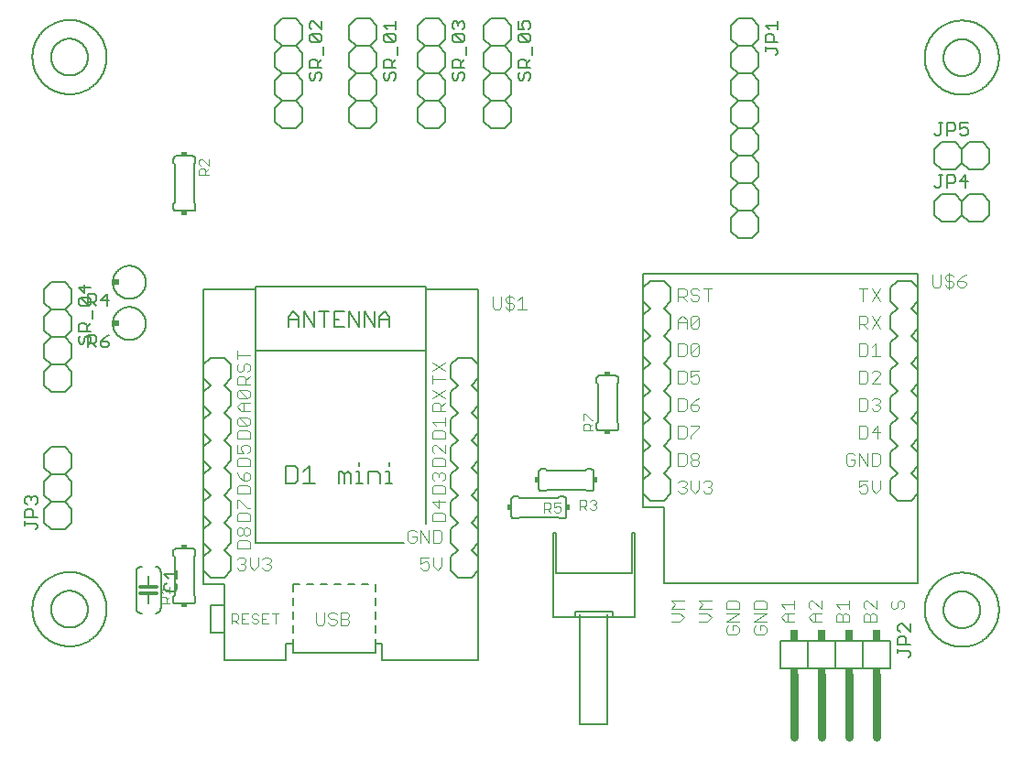
<source format=gbr>
G04 EAGLE Gerber RS-274X export*
G75*
%MOMM*%
%FSLAX34Y34*%
%LPD*%
%INSilkscreen Top*%
%IPPOS*%
%AMOC8*
5,1,8,0,0,1.08239X$1,22.5*%
G01*
%ADD10C,0.152400*%
%ADD11R,0.508000X0.381000*%
%ADD12C,0.101600*%
%ADD13C,0.304800*%
%ADD14C,0.127000*%
%ADD15C,0.203200*%
%ADD16C,0.076200*%
%ADD17R,0.381000X0.508000*%
%ADD18R,0.584200X0.609600*%
%ADD19C,0.762000*%
%ADD20R,0.762000X0.508000*%
%ADD21R,0.762000X1.016000*%


D10*
X137000Y50880D02*
X137002Y50780D01*
X137008Y50681D01*
X137018Y50581D01*
X137031Y50483D01*
X137049Y50384D01*
X137070Y50287D01*
X137095Y50191D01*
X137124Y50095D01*
X137157Y50001D01*
X137193Y49908D01*
X137233Y49817D01*
X137277Y49727D01*
X137324Y49639D01*
X137374Y49553D01*
X137428Y49469D01*
X137485Y49387D01*
X137545Y49308D01*
X137609Y49230D01*
X137675Y49156D01*
X137744Y49084D01*
X137816Y49015D01*
X137890Y48949D01*
X137968Y48885D01*
X138047Y48825D01*
X138129Y48768D01*
X138213Y48714D01*
X138299Y48664D01*
X138387Y48617D01*
X138477Y48573D01*
X138568Y48533D01*
X138661Y48497D01*
X138755Y48464D01*
X138851Y48435D01*
X138947Y48410D01*
X139044Y48389D01*
X139143Y48371D01*
X139241Y48358D01*
X139341Y48348D01*
X139440Y48342D01*
X139540Y48340D01*
X154780Y48340D02*
X154880Y48342D01*
X154979Y48348D01*
X155079Y48358D01*
X155177Y48371D01*
X155276Y48389D01*
X155373Y48410D01*
X155469Y48435D01*
X155565Y48464D01*
X155659Y48497D01*
X155752Y48533D01*
X155843Y48573D01*
X155933Y48617D01*
X156021Y48664D01*
X156107Y48714D01*
X156191Y48768D01*
X156273Y48825D01*
X156352Y48885D01*
X156430Y48949D01*
X156504Y49015D01*
X156576Y49084D01*
X156645Y49156D01*
X156711Y49230D01*
X156775Y49308D01*
X156835Y49387D01*
X156892Y49469D01*
X156946Y49553D01*
X156996Y49639D01*
X157043Y49727D01*
X157087Y49817D01*
X157127Y49908D01*
X157163Y50001D01*
X157196Y50095D01*
X157225Y50191D01*
X157250Y50287D01*
X157271Y50384D01*
X157289Y50483D01*
X157302Y50581D01*
X157312Y50681D01*
X157318Y50780D01*
X157320Y50880D01*
X157320Y96600D02*
X157318Y96700D01*
X157312Y96799D01*
X157302Y96899D01*
X157289Y96997D01*
X157271Y97096D01*
X157250Y97193D01*
X157225Y97289D01*
X157196Y97385D01*
X157163Y97479D01*
X157127Y97572D01*
X157087Y97663D01*
X157043Y97753D01*
X156996Y97841D01*
X156946Y97927D01*
X156892Y98011D01*
X156835Y98093D01*
X156775Y98172D01*
X156711Y98250D01*
X156645Y98324D01*
X156576Y98396D01*
X156504Y98465D01*
X156430Y98531D01*
X156352Y98595D01*
X156273Y98655D01*
X156191Y98712D01*
X156107Y98766D01*
X156021Y98816D01*
X155933Y98863D01*
X155843Y98907D01*
X155752Y98947D01*
X155659Y98983D01*
X155565Y99016D01*
X155469Y99045D01*
X155373Y99070D01*
X155276Y99091D01*
X155177Y99109D01*
X155079Y99122D01*
X154979Y99132D01*
X154880Y99138D01*
X154780Y99140D01*
X139540Y99140D02*
X139440Y99138D01*
X139341Y99132D01*
X139241Y99122D01*
X139143Y99109D01*
X139044Y99091D01*
X138947Y99070D01*
X138851Y99045D01*
X138755Y99016D01*
X138661Y98983D01*
X138568Y98947D01*
X138477Y98907D01*
X138387Y98863D01*
X138299Y98816D01*
X138213Y98766D01*
X138129Y98712D01*
X138047Y98655D01*
X137968Y98595D01*
X137890Y98531D01*
X137816Y98465D01*
X137744Y98396D01*
X137675Y98324D01*
X137609Y98250D01*
X137545Y98172D01*
X137485Y98093D01*
X137428Y98011D01*
X137374Y97927D01*
X137324Y97841D01*
X137277Y97753D01*
X137233Y97663D01*
X137193Y97572D01*
X137157Y97479D01*
X137124Y97385D01*
X137095Y97289D01*
X137070Y97193D01*
X137049Y97096D01*
X137031Y96997D01*
X137018Y96899D01*
X137008Y96799D01*
X137002Y96700D01*
X137000Y96600D01*
X139540Y48340D02*
X154780Y48340D01*
X137000Y50880D02*
X137000Y54690D01*
X138270Y55960D01*
X157320Y54690D02*
X157320Y50880D01*
X157320Y54690D02*
X156050Y55960D01*
X138270Y91520D02*
X137000Y92790D01*
X138270Y91520D02*
X138270Y55960D01*
X156050Y91520D02*
X157320Y92790D01*
X156050Y91520D02*
X156050Y55960D01*
X137000Y92790D02*
X137000Y96600D01*
X157320Y96600D02*
X157320Y92790D01*
X154780Y99140D02*
X139540Y99140D01*
D11*
X147160Y101045D03*
X147160Y46435D03*
D12*
X133698Y48848D02*
X124800Y48848D01*
X124800Y53297D01*
X126283Y54780D01*
X129249Y54780D01*
X130732Y53297D01*
X130732Y48848D01*
X130732Y51814D02*
X133698Y54780D01*
X127766Y57969D02*
X124800Y60935D01*
X133698Y60935D01*
X133698Y57969D02*
X133698Y63901D01*
D10*
X125570Y77470D02*
X125568Y77610D01*
X125562Y77750D01*
X125553Y77890D01*
X125539Y78029D01*
X125522Y78168D01*
X125501Y78306D01*
X125476Y78444D01*
X125447Y78581D01*
X125415Y78717D01*
X125378Y78852D01*
X125338Y78986D01*
X125295Y79119D01*
X125247Y79251D01*
X125197Y79382D01*
X125142Y79511D01*
X125084Y79638D01*
X125023Y79764D01*
X124958Y79888D01*
X124889Y80010D01*
X124818Y80130D01*
X124743Y80248D01*
X124665Y80365D01*
X124583Y80479D01*
X124499Y80590D01*
X124411Y80699D01*
X124321Y80806D01*
X124227Y80911D01*
X124131Y81012D01*
X124032Y81111D01*
X123931Y81207D01*
X123826Y81301D01*
X123719Y81391D01*
X123610Y81479D01*
X123499Y81563D01*
X123385Y81645D01*
X123268Y81723D01*
X123150Y81798D01*
X123030Y81869D01*
X122908Y81938D01*
X122784Y82003D01*
X122658Y82064D01*
X122531Y82122D01*
X122402Y82177D01*
X122271Y82227D01*
X122139Y82275D01*
X122006Y82318D01*
X121872Y82358D01*
X121737Y82395D01*
X121601Y82427D01*
X121464Y82456D01*
X121326Y82481D01*
X121188Y82502D01*
X121049Y82519D01*
X120910Y82533D01*
X120770Y82542D01*
X120630Y82548D01*
X120490Y82550D01*
X107790Y82550D02*
X107650Y82548D01*
X107510Y82542D01*
X107370Y82533D01*
X107231Y82519D01*
X107092Y82502D01*
X106954Y82481D01*
X106816Y82456D01*
X106679Y82427D01*
X106543Y82395D01*
X106408Y82358D01*
X106274Y82318D01*
X106141Y82275D01*
X106009Y82227D01*
X105878Y82177D01*
X105749Y82122D01*
X105622Y82064D01*
X105496Y82003D01*
X105372Y81938D01*
X105250Y81869D01*
X105130Y81798D01*
X105012Y81723D01*
X104895Y81645D01*
X104781Y81563D01*
X104670Y81479D01*
X104561Y81391D01*
X104454Y81301D01*
X104349Y81207D01*
X104248Y81111D01*
X104149Y81012D01*
X104053Y80911D01*
X103959Y80806D01*
X103869Y80699D01*
X103781Y80590D01*
X103697Y80479D01*
X103615Y80365D01*
X103537Y80248D01*
X103462Y80130D01*
X103391Y80010D01*
X103322Y79888D01*
X103257Y79764D01*
X103196Y79638D01*
X103138Y79511D01*
X103083Y79382D01*
X103033Y79251D01*
X102985Y79119D01*
X102942Y78986D01*
X102902Y78852D01*
X102865Y78717D01*
X102833Y78581D01*
X102804Y78444D01*
X102779Y78306D01*
X102758Y78168D01*
X102741Y78029D01*
X102727Y77890D01*
X102718Y77750D01*
X102712Y77610D01*
X102710Y77470D01*
X125570Y77470D02*
X125570Y44450D01*
X102710Y44450D02*
X102710Y77470D01*
X125570Y44450D02*
X125568Y44310D01*
X125562Y44170D01*
X125553Y44030D01*
X125539Y43891D01*
X125522Y43752D01*
X125501Y43614D01*
X125476Y43476D01*
X125447Y43339D01*
X125415Y43203D01*
X125378Y43068D01*
X125338Y42934D01*
X125295Y42801D01*
X125247Y42669D01*
X125197Y42538D01*
X125142Y42409D01*
X125084Y42282D01*
X125023Y42156D01*
X124958Y42032D01*
X124889Y41910D01*
X124818Y41790D01*
X124743Y41672D01*
X124665Y41555D01*
X124583Y41441D01*
X124499Y41330D01*
X124411Y41221D01*
X124321Y41114D01*
X124227Y41009D01*
X124131Y40908D01*
X124032Y40809D01*
X123931Y40713D01*
X123826Y40619D01*
X123719Y40529D01*
X123610Y40441D01*
X123499Y40357D01*
X123385Y40275D01*
X123268Y40197D01*
X123150Y40122D01*
X123030Y40051D01*
X122908Y39982D01*
X122784Y39917D01*
X122658Y39856D01*
X122531Y39798D01*
X122402Y39743D01*
X122271Y39693D01*
X122139Y39645D01*
X122006Y39602D01*
X121872Y39562D01*
X121737Y39525D01*
X121601Y39493D01*
X121464Y39464D01*
X121326Y39439D01*
X121188Y39418D01*
X121049Y39401D01*
X120910Y39387D01*
X120770Y39378D01*
X120630Y39372D01*
X120490Y39370D01*
X107790Y39370D02*
X107650Y39372D01*
X107510Y39378D01*
X107370Y39387D01*
X107231Y39401D01*
X107092Y39418D01*
X106954Y39439D01*
X106816Y39464D01*
X106679Y39493D01*
X106543Y39525D01*
X106408Y39562D01*
X106274Y39602D01*
X106141Y39645D01*
X106009Y39693D01*
X105878Y39743D01*
X105749Y39798D01*
X105622Y39856D01*
X105496Y39917D01*
X105372Y39982D01*
X105250Y40051D01*
X105130Y40122D01*
X105012Y40197D01*
X104895Y40275D01*
X104781Y40357D01*
X104670Y40441D01*
X104561Y40529D01*
X104454Y40619D01*
X104349Y40713D01*
X104248Y40809D01*
X104149Y40908D01*
X104053Y41009D01*
X103959Y41114D01*
X103869Y41221D01*
X103781Y41330D01*
X103697Y41441D01*
X103615Y41555D01*
X103537Y41672D01*
X103462Y41790D01*
X103391Y41910D01*
X103322Y42032D01*
X103257Y42156D01*
X103196Y42282D01*
X103138Y42409D01*
X103083Y42538D01*
X103033Y42669D01*
X102985Y42801D01*
X102942Y42934D01*
X102902Y43068D01*
X102865Y43203D01*
X102833Y43339D01*
X102804Y43476D01*
X102779Y43614D01*
X102758Y43752D01*
X102741Y43891D01*
X102727Y44030D01*
X102718Y44170D01*
X102712Y44310D01*
X102710Y44450D01*
D13*
X114140Y64008D02*
X121760Y64008D01*
X114140Y64008D02*
X106520Y64008D01*
X114140Y57658D02*
X121760Y57658D01*
X114140Y57658D02*
X106520Y57658D01*
D10*
X114140Y57658D02*
X114140Y48260D01*
X114140Y64008D02*
X114140Y73660D01*
D14*
X128735Y65517D02*
X130642Y67424D01*
X128735Y65517D02*
X128735Y61704D01*
X130642Y59797D01*
X138268Y59797D01*
X140175Y61704D01*
X140175Y65517D01*
X138268Y67424D01*
X132549Y71491D02*
X128735Y75304D01*
X140175Y75304D01*
X140175Y71491D02*
X140175Y79118D01*
D10*
X6910Y553640D02*
X6920Y554482D01*
X6951Y555323D01*
X7003Y556163D01*
X7075Y557001D01*
X7168Y557837D01*
X7281Y558671D01*
X7415Y559502D01*
X7569Y560330D01*
X7743Y561153D01*
X7938Y561972D01*
X8152Y562786D01*
X8387Y563594D01*
X8641Y564396D01*
X8914Y565192D01*
X9208Y565981D01*
X9520Y566762D01*
X9852Y567536D01*
X10202Y568301D01*
X10571Y569057D01*
X10959Y569804D01*
X11365Y570541D01*
X11788Y571269D01*
X12230Y571985D01*
X12689Y572691D01*
X13165Y573384D01*
X13658Y574067D01*
X14168Y574736D01*
X14693Y575393D01*
X15235Y576037D01*
X15793Y576668D01*
X16366Y577284D01*
X16953Y577887D01*
X17556Y578474D01*
X18172Y579047D01*
X18803Y579605D01*
X19447Y580147D01*
X20104Y580672D01*
X20773Y581182D01*
X21456Y581675D01*
X22149Y582151D01*
X22855Y582610D01*
X23571Y583052D01*
X24299Y583475D01*
X25036Y583881D01*
X25783Y584269D01*
X26539Y584638D01*
X27304Y584988D01*
X28078Y585320D01*
X28859Y585632D01*
X29648Y585926D01*
X30444Y586199D01*
X31246Y586453D01*
X32054Y586688D01*
X32868Y586902D01*
X33687Y587097D01*
X34510Y587271D01*
X35338Y587425D01*
X36169Y587559D01*
X37003Y587672D01*
X37839Y587765D01*
X38677Y587837D01*
X39517Y587889D01*
X40358Y587920D01*
X41200Y587930D01*
X42042Y587920D01*
X42883Y587889D01*
X43723Y587837D01*
X44561Y587765D01*
X45397Y587672D01*
X46231Y587559D01*
X47062Y587425D01*
X47890Y587271D01*
X48713Y587097D01*
X49532Y586902D01*
X50346Y586688D01*
X51154Y586453D01*
X51956Y586199D01*
X52752Y585926D01*
X53541Y585632D01*
X54322Y585320D01*
X55096Y584988D01*
X55861Y584638D01*
X56617Y584269D01*
X57364Y583881D01*
X58101Y583475D01*
X58829Y583052D01*
X59545Y582610D01*
X60251Y582151D01*
X60944Y581675D01*
X61627Y581182D01*
X62296Y580672D01*
X62953Y580147D01*
X63597Y579605D01*
X64228Y579047D01*
X64844Y578474D01*
X65447Y577887D01*
X66034Y577284D01*
X66607Y576668D01*
X67165Y576037D01*
X67707Y575393D01*
X68232Y574736D01*
X68742Y574067D01*
X69235Y573384D01*
X69711Y572691D01*
X70170Y571985D01*
X70612Y571269D01*
X71035Y570541D01*
X71441Y569804D01*
X71829Y569057D01*
X72198Y568301D01*
X72548Y567536D01*
X72880Y566762D01*
X73192Y565981D01*
X73486Y565192D01*
X73759Y564396D01*
X74013Y563594D01*
X74248Y562786D01*
X74462Y561972D01*
X74657Y561153D01*
X74831Y560330D01*
X74985Y559502D01*
X75119Y558671D01*
X75232Y557837D01*
X75325Y557001D01*
X75397Y556163D01*
X75449Y555323D01*
X75480Y554482D01*
X75490Y553640D01*
X75480Y552798D01*
X75449Y551957D01*
X75397Y551117D01*
X75325Y550279D01*
X75232Y549443D01*
X75119Y548609D01*
X74985Y547778D01*
X74831Y546950D01*
X74657Y546127D01*
X74462Y545308D01*
X74248Y544494D01*
X74013Y543686D01*
X73759Y542884D01*
X73486Y542088D01*
X73192Y541299D01*
X72880Y540518D01*
X72548Y539744D01*
X72198Y538979D01*
X71829Y538223D01*
X71441Y537476D01*
X71035Y536739D01*
X70612Y536011D01*
X70170Y535295D01*
X69711Y534589D01*
X69235Y533896D01*
X68742Y533213D01*
X68232Y532544D01*
X67707Y531887D01*
X67165Y531243D01*
X66607Y530612D01*
X66034Y529996D01*
X65447Y529393D01*
X64844Y528806D01*
X64228Y528233D01*
X63597Y527675D01*
X62953Y527133D01*
X62296Y526608D01*
X61627Y526098D01*
X60944Y525605D01*
X60251Y525129D01*
X59545Y524670D01*
X58829Y524228D01*
X58101Y523805D01*
X57364Y523399D01*
X56617Y523011D01*
X55861Y522642D01*
X55096Y522292D01*
X54322Y521960D01*
X53541Y521648D01*
X52752Y521354D01*
X51956Y521081D01*
X51154Y520827D01*
X50346Y520592D01*
X49532Y520378D01*
X48713Y520183D01*
X47890Y520009D01*
X47062Y519855D01*
X46231Y519721D01*
X45397Y519608D01*
X44561Y519515D01*
X43723Y519443D01*
X42883Y519391D01*
X42042Y519360D01*
X41200Y519350D01*
X40358Y519360D01*
X39517Y519391D01*
X38677Y519443D01*
X37839Y519515D01*
X37003Y519608D01*
X36169Y519721D01*
X35338Y519855D01*
X34510Y520009D01*
X33687Y520183D01*
X32868Y520378D01*
X32054Y520592D01*
X31246Y520827D01*
X30444Y521081D01*
X29648Y521354D01*
X28859Y521648D01*
X28078Y521960D01*
X27304Y522292D01*
X26539Y522642D01*
X25783Y523011D01*
X25036Y523399D01*
X24299Y523805D01*
X23571Y524228D01*
X22855Y524670D01*
X22149Y525129D01*
X21456Y525605D01*
X20773Y526098D01*
X20104Y526608D01*
X19447Y527133D01*
X18803Y527675D01*
X18172Y528233D01*
X17556Y528806D01*
X16953Y529393D01*
X16366Y529996D01*
X15793Y530612D01*
X15235Y531243D01*
X14693Y531887D01*
X14168Y532544D01*
X13658Y533213D01*
X13165Y533896D01*
X12689Y534589D01*
X12230Y535295D01*
X11788Y536011D01*
X11365Y536739D01*
X10959Y537476D01*
X10571Y538223D01*
X10202Y538979D01*
X9852Y539744D01*
X9520Y540518D01*
X9208Y541299D01*
X8914Y542088D01*
X8641Y542884D01*
X8387Y543686D01*
X8152Y544494D01*
X7938Y545308D01*
X7743Y546127D01*
X7569Y546950D01*
X7415Y547778D01*
X7281Y548609D01*
X7168Y549443D01*
X7075Y550279D01*
X7003Y551117D01*
X6951Y551957D01*
X6920Y552798D01*
X6910Y553640D01*
D15*
X24200Y553640D02*
X24205Y554057D01*
X24220Y554474D01*
X24246Y554891D01*
X24282Y555306D01*
X24328Y555721D01*
X24384Y556134D01*
X24450Y556546D01*
X24527Y556957D01*
X24613Y557365D01*
X24709Y557771D01*
X24816Y558174D01*
X24932Y558575D01*
X25058Y558973D01*
X25194Y559367D01*
X25339Y559758D01*
X25494Y560146D01*
X25658Y560529D01*
X25832Y560908D01*
X26015Y561283D01*
X26207Y561654D01*
X26409Y562019D01*
X26619Y562380D01*
X26837Y562735D01*
X27065Y563085D01*
X27301Y563429D01*
X27545Y563767D01*
X27798Y564099D01*
X28059Y564425D01*
X28327Y564744D01*
X28604Y565057D01*
X28888Y565362D01*
X29179Y565661D01*
X29478Y565952D01*
X29783Y566236D01*
X30096Y566513D01*
X30415Y566781D01*
X30741Y567042D01*
X31073Y567295D01*
X31411Y567539D01*
X31755Y567775D01*
X32105Y568003D01*
X32460Y568221D01*
X32821Y568431D01*
X33186Y568633D01*
X33557Y568825D01*
X33932Y569008D01*
X34311Y569182D01*
X34694Y569346D01*
X35082Y569501D01*
X35473Y569646D01*
X35867Y569782D01*
X36265Y569908D01*
X36666Y570024D01*
X37069Y570131D01*
X37475Y570227D01*
X37883Y570313D01*
X38294Y570390D01*
X38706Y570456D01*
X39119Y570512D01*
X39534Y570558D01*
X39949Y570594D01*
X40366Y570620D01*
X40783Y570635D01*
X41200Y570640D01*
X41617Y570635D01*
X42034Y570620D01*
X42451Y570594D01*
X42866Y570558D01*
X43281Y570512D01*
X43694Y570456D01*
X44106Y570390D01*
X44517Y570313D01*
X44925Y570227D01*
X45331Y570131D01*
X45734Y570024D01*
X46135Y569908D01*
X46533Y569782D01*
X46927Y569646D01*
X47318Y569501D01*
X47706Y569346D01*
X48089Y569182D01*
X48468Y569008D01*
X48843Y568825D01*
X49214Y568633D01*
X49579Y568431D01*
X49940Y568221D01*
X50295Y568003D01*
X50645Y567775D01*
X50989Y567539D01*
X51327Y567295D01*
X51659Y567042D01*
X51985Y566781D01*
X52304Y566513D01*
X52617Y566236D01*
X52922Y565952D01*
X53221Y565661D01*
X53512Y565362D01*
X53796Y565057D01*
X54073Y564744D01*
X54341Y564425D01*
X54602Y564099D01*
X54855Y563767D01*
X55099Y563429D01*
X55335Y563085D01*
X55563Y562735D01*
X55781Y562380D01*
X55991Y562019D01*
X56193Y561654D01*
X56385Y561283D01*
X56568Y560908D01*
X56742Y560529D01*
X56906Y560146D01*
X57061Y559758D01*
X57206Y559367D01*
X57342Y558973D01*
X57468Y558575D01*
X57584Y558174D01*
X57691Y557771D01*
X57787Y557365D01*
X57873Y556957D01*
X57950Y556546D01*
X58016Y556134D01*
X58072Y555721D01*
X58118Y555306D01*
X58154Y554891D01*
X58180Y554474D01*
X58195Y554057D01*
X58200Y553640D01*
X58195Y553223D01*
X58180Y552806D01*
X58154Y552389D01*
X58118Y551974D01*
X58072Y551559D01*
X58016Y551146D01*
X57950Y550734D01*
X57873Y550323D01*
X57787Y549915D01*
X57691Y549509D01*
X57584Y549106D01*
X57468Y548705D01*
X57342Y548307D01*
X57206Y547913D01*
X57061Y547522D01*
X56906Y547134D01*
X56742Y546751D01*
X56568Y546372D01*
X56385Y545997D01*
X56193Y545626D01*
X55991Y545261D01*
X55781Y544900D01*
X55563Y544545D01*
X55335Y544195D01*
X55099Y543851D01*
X54855Y543513D01*
X54602Y543181D01*
X54341Y542855D01*
X54073Y542536D01*
X53796Y542223D01*
X53512Y541918D01*
X53221Y541619D01*
X52922Y541328D01*
X52617Y541044D01*
X52304Y540767D01*
X51985Y540499D01*
X51659Y540238D01*
X51327Y539985D01*
X50989Y539741D01*
X50645Y539505D01*
X50295Y539277D01*
X49940Y539059D01*
X49579Y538849D01*
X49214Y538647D01*
X48843Y538455D01*
X48468Y538272D01*
X48089Y538098D01*
X47706Y537934D01*
X47318Y537779D01*
X46927Y537634D01*
X46533Y537498D01*
X46135Y537372D01*
X45734Y537256D01*
X45331Y537149D01*
X44925Y537053D01*
X44517Y536967D01*
X44106Y536890D01*
X43694Y536824D01*
X43281Y536768D01*
X42866Y536722D01*
X42451Y536686D01*
X42034Y536660D01*
X41617Y536645D01*
X41200Y536640D01*
X40783Y536645D01*
X40366Y536660D01*
X39949Y536686D01*
X39534Y536722D01*
X39119Y536768D01*
X38706Y536824D01*
X38294Y536890D01*
X37883Y536967D01*
X37475Y537053D01*
X37069Y537149D01*
X36666Y537256D01*
X36265Y537372D01*
X35867Y537498D01*
X35473Y537634D01*
X35082Y537779D01*
X34694Y537934D01*
X34311Y538098D01*
X33932Y538272D01*
X33557Y538455D01*
X33186Y538647D01*
X32821Y538849D01*
X32460Y539059D01*
X32105Y539277D01*
X31755Y539505D01*
X31411Y539741D01*
X31073Y539985D01*
X30741Y540238D01*
X30415Y540499D01*
X30096Y540767D01*
X29783Y541044D01*
X29478Y541328D01*
X29179Y541619D01*
X28888Y541918D01*
X28604Y542223D01*
X28327Y542536D01*
X28059Y542855D01*
X27798Y543181D01*
X27545Y543513D01*
X27301Y543851D01*
X27065Y544195D01*
X26837Y544545D01*
X26619Y544900D01*
X26409Y545261D01*
X26207Y545626D01*
X26015Y545997D01*
X25832Y546372D01*
X25658Y546751D01*
X25494Y547134D01*
X25339Y547522D01*
X25194Y547913D01*
X25058Y548307D01*
X24932Y548705D01*
X24816Y549106D01*
X24709Y549509D01*
X24613Y549915D01*
X24527Y550323D01*
X24450Y550734D01*
X24384Y551146D01*
X24328Y551559D01*
X24282Y551974D01*
X24246Y552389D01*
X24220Y552806D01*
X24205Y553223D01*
X24200Y553640D01*
D14*
X184150Y199390D02*
X190500Y193040D01*
X190500Y180340D01*
X184150Y173990D01*
X190500Y167640D01*
X190500Y154940D01*
X184150Y148590D01*
X190500Y142240D01*
X190500Y129540D01*
X184150Y123190D01*
X190500Y116840D01*
X190500Y104140D01*
X184150Y97790D01*
X165100Y193040D02*
X171450Y199390D01*
X165100Y180340D02*
X171450Y173990D01*
X165100Y167640D01*
X165100Y154940D02*
X171450Y148590D01*
X165100Y142240D01*
X165100Y129540D02*
X171450Y123190D01*
X165100Y116840D01*
X165100Y104140D02*
X171450Y97790D01*
X165100Y339090D02*
X213360Y339090D01*
X370840Y339090D02*
X419100Y339090D01*
X419100Y269240D01*
X419100Y256540D01*
X419100Y243840D01*
X419100Y231140D01*
X419100Y218440D01*
X419100Y205740D01*
X419100Y-3810D01*
X165100Y205740D02*
X165100Y218440D01*
X165100Y231140D01*
X165100Y243840D01*
X165100Y256540D01*
X165100Y269240D01*
X165100Y339090D01*
X171450Y97790D02*
X165100Y91440D01*
X165100Y78740D02*
X171450Y72390D01*
X184150Y72390D01*
X190500Y78740D01*
X190500Y91440D01*
X184150Y97790D01*
D12*
X196088Y88993D02*
X198037Y90942D01*
X201935Y90942D01*
X203884Y88993D01*
X203884Y87044D01*
X201935Y85095D01*
X199986Y85095D01*
X201935Y85095D02*
X203884Y83146D01*
X203884Y81197D01*
X201935Y79248D01*
X198037Y79248D01*
X196088Y81197D01*
X207782Y83146D02*
X207782Y90942D01*
X207782Y83146D02*
X211680Y79248D01*
X215578Y83146D01*
X215578Y90942D01*
X219476Y88993D02*
X221425Y90942D01*
X225323Y90942D01*
X227272Y88993D01*
X227272Y87044D01*
X225323Y85095D01*
X223374Y85095D01*
X225323Y85095D02*
X227272Y83146D01*
X227272Y81197D01*
X225323Y79248D01*
X221425Y79248D01*
X219476Y81197D01*
X207772Y250937D02*
X196078Y250937D01*
X196078Y256784D01*
X198027Y258733D01*
X201925Y258733D01*
X203874Y256784D01*
X203874Y250937D01*
X203874Y254835D02*
X207772Y258733D01*
X198027Y270427D02*
X196078Y268478D01*
X196078Y264580D01*
X198027Y262631D01*
X199976Y262631D01*
X201925Y264580D01*
X201925Y268478D01*
X203874Y270427D01*
X205823Y270427D01*
X207772Y268478D01*
X207772Y264580D01*
X205823Y262631D01*
X207772Y278223D02*
X196078Y278223D01*
X196078Y274325D02*
X196078Y282121D01*
D14*
X412750Y199390D02*
X419100Y193040D01*
X419100Y180340D02*
X412750Y173990D01*
X419100Y167640D01*
X419100Y154940D02*
X412750Y148590D01*
X419100Y142240D01*
X419100Y129540D02*
X412750Y123190D01*
X419100Y116840D01*
X419100Y104140D02*
X412750Y97790D01*
X393700Y193040D02*
X400050Y199390D01*
X393700Y180340D02*
X400050Y173990D01*
X393700Y167640D01*
X393700Y154940D02*
X400050Y148590D01*
X393700Y142240D01*
X393700Y129540D02*
X400050Y123190D01*
X393700Y116840D01*
X393700Y104140D02*
X400050Y97790D01*
X393700Y91440D01*
X393700Y78740D02*
X400050Y72390D01*
X412750Y72390D01*
X419100Y78740D01*
X419100Y91440D02*
X412750Y97790D01*
D12*
X373536Y90942D02*
X365740Y90942D01*
X365740Y85095D01*
X369638Y87044D01*
X371587Y87044D01*
X373536Y85095D01*
X373536Y81197D01*
X371587Y79248D01*
X367689Y79248D01*
X365740Y81197D01*
X377434Y83146D02*
X377434Y90942D01*
X377434Y83146D02*
X381332Y79248D01*
X385230Y83146D01*
X385230Y90942D01*
D14*
X171450Y199390D02*
X165100Y205740D01*
X165100Y218440D02*
X171450Y224790D01*
X165100Y231140D01*
X165100Y243840D02*
X171450Y250190D01*
X165100Y256540D01*
X165100Y269240D02*
X171450Y275590D01*
X184150Y275590D01*
X190500Y269240D01*
X190500Y256540D01*
X184150Y250190D01*
X190500Y243840D01*
X190500Y231140D01*
X184150Y224790D01*
X190500Y218440D01*
X190500Y205740D01*
X184150Y199390D01*
X393700Y91440D02*
X393700Y78740D01*
X393700Y104140D02*
X393700Y116840D01*
X393700Y129540D02*
X393700Y142240D01*
X393700Y154940D02*
X393700Y167640D01*
X393700Y180340D02*
X393700Y193040D01*
X400050Y199390D02*
X393700Y205740D01*
X393700Y218440D01*
X400050Y224790D01*
X393700Y231140D01*
X393700Y243840D01*
X400050Y250190D01*
X393700Y256540D01*
X393700Y269240D01*
X400050Y275590D01*
X412750Y275590D01*
X419100Y269240D01*
X419100Y256540D02*
X412750Y250190D01*
X419100Y243840D01*
X419100Y231140D02*
X412750Y224790D01*
X419100Y218440D01*
X419100Y205740D02*
X412750Y199390D01*
X165100Y205740D02*
X165100Y66040D01*
X184150Y66040D01*
X184150Y46990D01*
X184150Y21590D01*
X184150Y-3810D01*
X184150Y46990D02*
X171450Y46990D01*
X171450Y21590D01*
X184150Y21590D01*
X184150Y-3810D02*
X241300Y-3810D01*
X241300Y11430D01*
X330200Y11430D02*
X330200Y-3810D01*
X419100Y-3810D01*
X323850Y2540D02*
X247650Y2540D01*
X323850Y2540D02*
X323850Y11430D01*
X247650Y11430D02*
X247650Y2540D01*
X247650Y11430D02*
X241300Y11430D01*
X323850Y11430D02*
X330200Y11430D01*
D12*
X268717Y30397D02*
X268717Y40142D01*
X268717Y30397D02*
X270666Y28448D01*
X274564Y28448D01*
X276513Y30397D01*
X276513Y40142D01*
X286258Y40142D02*
X288207Y38193D01*
X286258Y40142D02*
X282360Y40142D01*
X280411Y38193D01*
X280411Y36244D01*
X282360Y34295D01*
X286258Y34295D01*
X288207Y32346D01*
X288207Y30397D01*
X286258Y28448D01*
X282360Y28448D01*
X280411Y30397D01*
X292105Y28448D02*
X292105Y40142D01*
X297952Y40142D01*
X299901Y38193D01*
X299901Y36244D01*
X297952Y34295D01*
X299901Y32346D01*
X299901Y30397D01*
X297952Y28448D01*
X292105Y28448D01*
X292105Y34295D02*
X297952Y34295D01*
D16*
X190881Y29591D02*
X190881Y38997D01*
X195584Y38997D01*
X197152Y37429D01*
X197152Y34294D01*
X195584Y32726D01*
X190881Y32726D01*
X194016Y32726D02*
X197152Y29591D01*
X200236Y38997D02*
X206507Y38997D01*
X200236Y38997D02*
X200236Y29591D01*
X206507Y29591D01*
X203372Y34294D02*
X200236Y34294D01*
X214294Y38997D02*
X215862Y37429D01*
X214294Y38997D02*
X211159Y38997D01*
X209591Y37429D01*
X209591Y35862D01*
X211159Y34294D01*
X214294Y34294D01*
X215862Y32726D01*
X215862Y31159D01*
X214294Y29591D01*
X211159Y29591D01*
X209591Y31159D01*
X218947Y38997D02*
X225217Y38997D01*
X218947Y38997D02*
X218947Y29591D01*
X225217Y29591D01*
X222082Y34294D02*
X218947Y34294D01*
X231437Y29591D02*
X231437Y38997D01*
X228302Y38997D02*
X234572Y38997D01*
D10*
X241019Y159512D02*
X241019Y175782D01*
X241019Y159512D02*
X249154Y159512D01*
X251865Y162224D01*
X251865Y173070D01*
X249154Y175782D01*
X241019Y175782D01*
X257390Y170359D02*
X262813Y175782D01*
X262813Y159512D01*
X257390Y159512D02*
X268237Y159512D01*
X290133Y159512D02*
X290133Y170359D01*
X292845Y170359D01*
X295557Y167647D01*
X295557Y159512D01*
X295557Y167647D02*
X298268Y170359D01*
X300980Y167647D01*
X300980Y159512D01*
X306505Y170359D02*
X309217Y170359D01*
X309217Y159512D01*
X311928Y159512D02*
X306505Y159512D01*
X309217Y175782D02*
X309217Y178494D01*
X317419Y170359D02*
X317419Y159512D01*
X317419Y170359D02*
X325554Y170359D01*
X328266Y167647D01*
X328266Y159512D01*
X333791Y170359D02*
X336502Y170359D01*
X336502Y159512D01*
X333791Y159512D02*
X339214Y159512D01*
X336502Y175782D02*
X336502Y178494D01*
D14*
X247650Y66040D02*
X247650Y59690D01*
X247650Y53340D02*
X247650Y46990D01*
X247650Y40640D02*
X247650Y34290D01*
X247650Y27940D02*
X247650Y21590D01*
X247650Y15240D02*
X247650Y11430D01*
X247650Y66040D02*
X254000Y66040D01*
X260350Y66040D02*
X266700Y66040D01*
X273050Y66040D02*
X279400Y66040D01*
X285750Y66040D02*
X292100Y66040D01*
X298450Y66040D02*
X304800Y66040D01*
X311150Y66040D02*
X317500Y66040D01*
X323850Y66040D02*
X323850Y59690D01*
X323850Y53340D02*
X323850Y46990D01*
X323850Y40640D02*
X323850Y34290D01*
X323850Y27940D02*
X323850Y21590D01*
X323850Y15240D02*
X323850Y11430D01*
X213360Y281940D02*
X213360Y339090D01*
X370840Y339090D02*
X370840Y281940D01*
X370840Y341630D02*
X213360Y341630D01*
X370840Y341630D02*
X370840Y339090D01*
X213360Y339090D02*
X213360Y341630D01*
X213360Y281940D02*
X370840Y281940D01*
X243620Y304165D02*
X243620Y313486D01*
X248281Y318147D01*
X252942Y313486D01*
X252942Y304165D01*
X252942Y311156D02*
X243620Y311156D01*
X257653Y304165D02*
X257653Y318147D01*
X266974Y304165D01*
X266974Y318147D01*
X276346Y318147D02*
X276346Y304165D01*
X271686Y318147D02*
X281007Y318147D01*
X285719Y318147D02*
X295040Y318147D01*
X285719Y318147D02*
X285719Y304165D01*
X295040Y304165D01*
X290379Y311156D02*
X285719Y311156D01*
X299751Y304165D02*
X299751Y318147D01*
X309073Y304165D01*
X309073Y318147D01*
X313784Y318147D02*
X313784Y304165D01*
X323105Y304165D02*
X313784Y318147D01*
X323105Y318147D02*
X323105Y304165D01*
X327817Y304165D02*
X327817Y313486D01*
X332478Y318147D01*
X337138Y313486D01*
X337138Y304165D01*
X337138Y311156D02*
X327817Y311156D01*
D12*
X207772Y226304D02*
X199976Y226304D01*
X196078Y230202D01*
X199976Y234100D01*
X207772Y234100D01*
X201925Y234100D02*
X201925Y226304D01*
X205823Y237998D02*
X198027Y237998D01*
X196078Y239947D01*
X196078Y243845D01*
X198027Y245794D01*
X205823Y245794D01*
X207772Y243845D01*
X207772Y239947D01*
X205823Y237998D01*
X198027Y245794D01*
D14*
X213360Y281940D02*
X213360Y104140D01*
D12*
X207772Y200904D02*
X196078Y200904D01*
X207772Y200904D02*
X207772Y206751D01*
X205823Y208700D01*
X198027Y208700D01*
X196078Y206751D01*
X196078Y200904D01*
X198027Y212598D02*
X205823Y212598D01*
X198027Y212598D02*
X196078Y214547D01*
X196078Y218445D01*
X198027Y220394D01*
X205823Y220394D01*
X207772Y218445D01*
X207772Y214547D01*
X205823Y212598D01*
X198027Y220394D01*
X196078Y175504D02*
X207772Y175504D01*
X207772Y181351D01*
X205823Y183300D01*
X198027Y183300D01*
X196078Y181351D01*
X196078Y175504D01*
X196078Y187198D02*
X196078Y194994D01*
X196078Y187198D02*
X201925Y187198D01*
X199976Y191096D01*
X199976Y193045D01*
X201925Y194994D01*
X205823Y194994D01*
X207772Y193045D01*
X207772Y189147D01*
X205823Y187198D01*
X207772Y150104D02*
X196078Y150104D01*
X207772Y150104D02*
X207772Y155951D01*
X205823Y157900D01*
X198027Y157900D01*
X196078Y155951D01*
X196078Y150104D01*
X198027Y165696D02*
X196078Y169594D01*
X198027Y165696D02*
X201925Y161798D01*
X205823Y161798D01*
X207772Y163747D01*
X207772Y167645D01*
X205823Y169594D01*
X203874Y169594D01*
X201925Y167645D01*
X201925Y161798D01*
X196078Y124704D02*
X207772Y124704D01*
X207772Y130551D01*
X205823Y132500D01*
X198027Y132500D01*
X196078Y130551D01*
X196078Y124704D01*
X196078Y136398D02*
X196078Y144194D01*
X198027Y144194D01*
X205823Y136398D01*
X207772Y136398D01*
X207772Y99304D02*
X196078Y99304D01*
X207772Y99304D02*
X207772Y105151D01*
X205823Y107100D01*
X198027Y107100D01*
X196078Y105151D01*
X196078Y99304D01*
X198027Y110998D02*
X196078Y112947D01*
X196078Y116845D01*
X198027Y118794D01*
X199976Y118794D01*
X201925Y116845D01*
X203874Y118794D01*
X205823Y118794D01*
X207772Y116845D01*
X207772Y112947D01*
X205823Y110998D01*
X203874Y110998D01*
X201925Y112947D01*
X199976Y110998D01*
X198027Y110998D01*
X201925Y112947D02*
X201925Y116845D01*
X376418Y255602D02*
X388112Y255602D01*
X376418Y251704D02*
X376418Y259500D01*
X376418Y263398D02*
X388112Y271194D01*
X388112Y263398D02*
X376418Y271194D01*
X376418Y226304D02*
X388112Y226304D01*
X376418Y226304D02*
X376418Y232151D01*
X378367Y234100D01*
X382265Y234100D01*
X384214Y232151D01*
X384214Y226304D01*
X384214Y230202D02*
X388112Y234100D01*
X388112Y245794D02*
X376418Y237998D01*
X376418Y245794D02*
X388112Y237998D01*
D14*
X370840Y281940D02*
X370840Y121920D01*
D12*
X376418Y200904D02*
X388112Y200904D01*
X388112Y206751D01*
X386163Y208700D01*
X378367Y208700D01*
X376418Y206751D01*
X376418Y200904D01*
X380316Y212598D02*
X376418Y216496D01*
X388112Y216496D01*
X388112Y212598D02*
X388112Y220394D01*
X388112Y175504D02*
X376418Y175504D01*
X388112Y175504D02*
X388112Y181351D01*
X386163Y183300D01*
X378367Y183300D01*
X376418Y181351D01*
X376418Y175504D01*
X388112Y187198D02*
X388112Y194994D01*
X388112Y187198D02*
X380316Y194994D01*
X378367Y194994D01*
X376418Y193045D01*
X376418Y189147D01*
X378367Y187198D01*
X376418Y150104D02*
X388112Y150104D01*
X388112Y155951D01*
X386163Y157900D01*
X378367Y157900D01*
X376418Y155951D01*
X376418Y150104D01*
X378367Y161798D02*
X376418Y163747D01*
X376418Y167645D01*
X378367Y169594D01*
X380316Y169594D01*
X382265Y167645D01*
X382265Y165696D01*
X382265Y167645D02*
X384214Y169594D01*
X386163Y169594D01*
X388112Y167645D01*
X388112Y163747D01*
X386163Y161798D01*
X388112Y124704D02*
X376418Y124704D01*
X388112Y124704D02*
X388112Y130551D01*
X386163Y132500D01*
X378367Y132500D01*
X376418Y130551D01*
X376418Y124704D01*
X376418Y142245D02*
X388112Y142245D01*
X382265Y136398D02*
X376418Y142245D01*
X382265Y144194D02*
X382265Y136398D01*
D14*
X350520Y104140D02*
X213360Y104140D01*
D12*
X359893Y116342D02*
X361842Y114393D01*
X359893Y116342D02*
X355995Y116342D01*
X354046Y114393D01*
X354046Y106597D01*
X355995Y104648D01*
X359893Y104648D01*
X361842Y106597D01*
X361842Y110495D01*
X357944Y110495D01*
X365740Y104648D02*
X365740Y116342D01*
X373536Y104648D01*
X373536Y116342D01*
X377434Y116342D02*
X377434Y104648D01*
X383281Y104648D01*
X385230Y106597D01*
X385230Y114393D01*
X383281Y116342D01*
X377434Y116342D01*
X432308Y322497D02*
X432308Y332242D01*
X432308Y322497D02*
X434257Y320548D01*
X438155Y320548D01*
X440104Y322497D01*
X440104Y332242D01*
X444002Y322497D02*
X445951Y320548D01*
X449849Y320548D01*
X451798Y322497D01*
X451798Y324446D01*
X449849Y326395D01*
X445951Y326395D01*
X444002Y328344D01*
X444002Y330293D01*
X445951Y332242D01*
X449849Y332242D01*
X451798Y330293D01*
X447900Y334191D02*
X447900Y318599D01*
X455696Y328344D02*
X459594Y332242D01*
X459594Y320548D01*
X455696Y320548D02*
X463492Y320548D01*
D14*
X488280Y36000D02*
X508280Y36000D01*
X543280Y36000D01*
X563280Y36000D01*
X563280Y113500D01*
X488280Y113500D02*
X488280Y36000D01*
X508280Y36000D02*
X508280Y41000D01*
X543280Y41000D01*
X543280Y36000D01*
X490780Y113500D02*
X488280Y113500D01*
X490780Y113500D02*
X490780Y76000D01*
X560780Y113500D02*
X563280Y113500D01*
X560780Y113500D02*
X560780Y76000D01*
X490780Y76000D01*
X513080Y38100D02*
X513080Y-63500D01*
X538480Y-63500D01*
X538480Y38100D01*
D10*
X497840Y127000D02*
X497940Y127002D01*
X498039Y127008D01*
X498139Y127018D01*
X498237Y127031D01*
X498336Y127049D01*
X498433Y127070D01*
X498529Y127095D01*
X498625Y127124D01*
X498719Y127157D01*
X498812Y127193D01*
X498903Y127233D01*
X498993Y127277D01*
X499081Y127324D01*
X499167Y127374D01*
X499251Y127428D01*
X499333Y127485D01*
X499412Y127545D01*
X499490Y127609D01*
X499564Y127675D01*
X499636Y127744D01*
X499705Y127816D01*
X499771Y127890D01*
X499835Y127968D01*
X499895Y128047D01*
X499952Y128129D01*
X500006Y128213D01*
X500056Y128299D01*
X500103Y128387D01*
X500147Y128477D01*
X500187Y128568D01*
X500223Y128661D01*
X500256Y128755D01*
X500285Y128851D01*
X500310Y128947D01*
X500331Y129044D01*
X500349Y129143D01*
X500362Y129241D01*
X500372Y129341D01*
X500378Y129440D01*
X500380Y129540D01*
X500380Y144780D02*
X500378Y144880D01*
X500372Y144979D01*
X500362Y145079D01*
X500349Y145177D01*
X500331Y145276D01*
X500310Y145373D01*
X500285Y145469D01*
X500256Y145565D01*
X500223Y145659D01*
X500187Y145752D01*
X500147Y145843D01*
X500103Y145933D01*
X500056Y146021D01*
X500006Y146107D01*
X499952Y146191D01*
X499895Y146273D01*
X499835Y146352D01*
X499771Y146430D01*
X499705Y146504D01*
X499636Y146576D01*
X499564Y146645D01*
X499490Y146711D01*
X499412Y146775D01*
X499333Y146835D01*
X499251Y146892D01*
X499167Y146946D01*
X499081Y146996D01*
X498993Y147043D01*
X498903Y147087D01*
X498812Y147127D01*
X498719Y147163D01*
X498625Y147196D01*
X498529Y147225D01*
X498433Y147250D01*
X498336Y147271D01*
X498237Y147289D01*
X498139Y147302D01*
X498039Y147312D01*
X497940Y147318D01*
X497840Y147320D01*
X452120Y147320D02*
X452020Y147318D01*
X451921Y147312D01*
X451821Y147302D01*
X451723Y147289D01*
X451624Y147271D01*
X451527Y147250D01*
X451431Y147225D01*
X451335Y147196D01*
X451241Y147163D01*
X451148Y147127D01*
X451057Y147087D01*
X450967Y147043D01*
X450879Y146996D01*
X450793Y146946D01*
X450709Y146892D01*
X450627Y146835D01*
X450548Y146775D01*
X450470Y146711D01*
X450396Y146645D01*
X450324Y146576D01*
X450255Y146504D01*
X450189Y146430D01*
X450125Y146352D01*
X450065Y146273D01*
X450008Y146191D01*
X449954Y146107D01*
X449904Y146021D01*
X449857Y145933D01*
X449813Y145843D01*
X449773Y145752D01*
X449737Y145659D01*
X449704Y145565D01*
X449675Y145469D01*
X449650Y145373D01*
X449629Y145276D01*
X449611Y145177D01*
X449598Y145079D01*
X449588Y144979D01*
X449582Y144880D01*
X449580Y144780D01*
X449580Y129540D02*
X449582Y129440D01*
X449588Y129341D01*
X449598Y129241D01*
X449611Y129143D01*
X449629Y129044D01*
X449650Y128947D01*
X449675Y128851D01*
X449704Y128755D01*
X449737Y128661D01*
X449773Y128568D01*
X449813Y128477D01*
X449857Y128387D01*
X449904Y128299D01*
X449954Y128213D01*
X450008Y128129D01*
X450065Y128047D01*
X450125Y127968D01*
X450189Y127890D01*
X450255Y127816D01*
X450324Y127744D01*
X450396Y127675D01*
X450470Y127609D01*
X450548Y127545D01*
X450627Y127485D01*
X450709Y127428D01*
X450793Y127374D01*
X450879Y127324D01*
X450967Y127277D01*
X451057Y127233D01*
X451148Y127193D01*
X451241Y127157D01*
X451335Y127124D01*
X451431Y127095D01*
X451527Y127070D01*
X451624Y127049D01*
X451723Y127031D01*
X451821Y127018D01*
X451921Y127008D01*
X452020Y127002D01*
X452120Y127000D01*
X500380Y129540D02*
X500380Y144780D01*
X497840Y127000D02*
X494030Y127000D01*
X492760Y128270D01*
X494030Y147320D02*
X497840Y147320D01*
X494030Y147320D02*
X492760Y146050D01*
X457200Y128270D02*
X455930Y127000D01*
X457200Y128270D02*
X492760Y128270D01*
X457200Y146050D02*
X455930Y147320D01*
X457200Y146050D02*
X492760Y146050D01*
X455930Y127000D02*
X452120Y127000D01*
X452120Y147320D02*
X455930Y147320D01*
X449580Y144780D02*
X449580Y129540D01*
D17*
X447675Y137160D03*
X502285Y137160D03*
D12*
X480105Y141486D02*
X480105Y132588D01*
X480105Y141486D02*
X484554Y141486D01*
X486037Y140003D01*
X486037Y137037D01*
X484554Y135554D01*
X480105Y135554D01*
X483071Y135554D02*
X486037Y132588D01*
X489227Y141486D02*
X495158Y141486D01*
X489227Y141486D02*
X489227Y137037D01*
X492193Y138520D01*
X493675Y138520D01*
X495158Y137037D01*
X495158Y134071D01*
X493675Y132588D01*
X490710Y132588D01*
X489227Y134071D01*
D10*
X43180Y288290D02*
X36830Y294640D01*
X43180Y288290D02*
X43180Y275590D01*
X36830Y269240D01*
X24130Y269240D01*
X17780Y275590D01*
X17780Y288290D01*
X24130Y294640D01*
X43180Y326390D02*
X43180Y339090D01*
X43180Y326390D02*
X36830Y320040D01*
X24130Y320040D01*
X17780Y326390D01*
X36830Y320040D02*
X43180Y313690D01*
X43180Y300990D01*
X36830Y294640D01*
X24130Y294640D01*
X17780Y300990D01*
X17780Y313690D01*
X24130Y320040D01*
X24130Y345440D02*
X36830Y345440D01*
X43180Y339090D01*
X24130Y345440D02*
X17780Y339090D01*
X17780Y326390D01*
X43180Y262890D02*
X43180Y250190D01*
X36830Y243840D01*
X24130Y243840D01*
X17780Y250190D01*
X36830Y269240D02*
X43180Y262890D01*
X24130Y269240D02*
X17780Y262890D01*
X17780Y250190D01*
D14*
X49393Y294087D02*
X51300Y295994D01*
X49393Y294087D02*
X49393Y290274D01*
X51300Y288367D01*
X53207Y288367D01*
X55113Y290274D01*
X55113Y294087D01*
X57020Y295994D01*
X58926Y295994D01*
X60833Y294087D01*
X60833Y290274D01*
X58926Y288367D01*
X60833Y300061D02*
X49393Y300061D01*
X49393Y305781D01*
X51300Y307688D01*
X55113Y307688D01*
X57020Y305781D01*
X57020Y300061D01*
X57020Y303874D02*
X60833Y307688D01*
X62740Y311755D02*
X62740Y319381D01*
X58926Y323449D02*
X51300Y323449D01*
X49393Y325356D01*
X49393Y329169D01*
X51300Y331075D01*
X58926Y331075D01*
X60833Y329169D01*
X60833Y325356D01*
X58926Y323449D01*
X51300Y331075D01*
X49393Y340863D02*
X60833Y340863D01*
X55113Y335143D02*
X49393Y340863D01*
X55113Y342769D02*
X55113Y335143D01*
D10*
X157620Y459620D02*
X157618Y459720D01*
X157612Y459819D01*
X157602Y459919D01*
X157589Y460017D01*
X157571Y460116D01*
X157550Y460213D01*
X157525Y460309D01*
X157496Y460405D01*
X157463Y460499D01*
X157427Y460592D01*
X157387Y460683D01*
X157343Y460773D01*
X157296Y460861D01*
X157246Y460947D01*
X157192Y461031D01*
X157135Y461113D01*
X157075Y461192D01*
X157011Y461270D01*
X156945Y461344D01*
X156876Y461416D01*
X156804Y461485D01*
X156730Y461551D01*
X156652Y461615D01*
X156573Y461675D01*
X156491Y461732D01*
X156407Y461786D01*
X156321Y461836D01*
X156233Y461883D01*
X156143Y461927D01*
X156052Y461967D01*
X155959Y462003D01*
X155865Y462036D01*
X155769Y462065D01*
X155673Y462090D01*
X155576Y462111D01*
X155477Y462129D01*
X155379Y462142D01*
X155279Y462152D01*
X155180Y462158D01*
X155080Y462160D01*
X139840Y462160D02*
X139740Y462158D01*
X139641Y462152D01*
X139541Y462142D01*
X139443Y462129D01*
X139344Y462111D01*
X139247Y462090D01*
X139151Y462065D01*
X139055Y462036D01*
X138961Y462003D01*
X138868Y461967D01*
X138777Y461927D01*
X138687Y461883D01*
X138599Y461836D01*
X138513Y461786D01*
X138429Y461732D01*
X138347Y461675D01*
X138268Y461615D01*
X138190Y461551D01*
X138116Y461485D01*
X138044Y461416D01*
X137975Y461344D01*
X137909Y461270D01*
X137845Y461192D01*
X137785Y461113D01*
X137728Y461031D01*
X137674Y460947D01*
X137624Y460861D01*
X137577Y460773D01*
X137533Y460683D01*
X137493Y460592D01*
X137457Y460499D01*
X137424Y460405D01*
X137395Y460309D01*
X137370Y460213D01*
X137349Y460116D01*
X137331Y460017D01*
X137318Y459919D01*
X137308Y459819D01*
X137302Y459720D01*
X137300Y459620D01*
X137300Y413900D02*
X137302Y413800D01*
X137308Y413701D01*
X137318Y413601D01*
X137331Y413503D01*
X137349Y413404D01*
X137370Y413307D01*
X137395Y413211D01*
X137424Y413115D01*
X137457Y413021D01*
X137493Y412928D01*
X137533Y412837D01*
X137577Y412747D01*
X137624Y412659D01*
X137674Y412573D01*
X137728Y412489D01*
X137785Y412407D01*
X137845Y412328D01*
X137909Y412250D01*
X137975Y412176D01*
X138044Y412104D01*
X138116Y412035D01*
X138190Y411969D01*
X138268Y411905D01*
X138347Y411845D01*
X138429Y411788D01*
X138513Y411734D01*
X138599Y411684D01*
X138687Y411637D01*
X138777Y411593D01*
X138868Y411553D01*
X138961Y411517D01*
X139055Y411484D01*
X139151Y411455D01*
X139247Y411430D01*
X139344Y411409D01*
X139443Y411391D01*
X139541Y411378D01*
X139641Y411368D01*
X139740Y411362D01*
X139840Y411360D01*
X155080Y411360D02*
X155180Y411362D01*
X155279Y411368D01*
X155379Y411378D01*
X155477Y411391D01*
X155576Y411409D01*
X155673Y411430D01*
X155769Y411455D01*
X155865Y411484D01*
X155959Y411517D01*
X156052Y411553D01*
X156143Y411593D01*
X156233Y411637D01*
X156321Y411684D01*
X156407Y411734D01*
X156491Y411788D01*
X156573Y411845D01*
X156652Y411905D01*
X156730Y411969D01*
X156804Y412035D01*
X156876Y412104D01*
X156945Y412176D01*
X157011Y412250D01*
X157075Y412328D01*
X157135Y412407D01*
X157192Y412489D01*
X157246Y412573D01*
X157296Y412659D01*
X157343Y412747D01*
X157387Y412837D01*
X157427Y412928D01*
X157463Y413021D01*
X157496Y413115D01*
X157525Y413211D01*
X157550Y413307D01*
X157571Y413404D01*
X157589Y413503D01*
X157602Y413601D01*
X157612Y413701D01*
X157618Y413800D01*
X157620Y413900D01*
X155080Y462160D02*
X139840Y462160D01*
X157620Y459620D02*
X157620Y455810D01*
X156350Y454540D01*
X137300Y455810D02*
X137300Y459620D01*
X137300Y455810D02*
X138570Y454540D01*
X156350Y418980D02*
X157620Y417710D01*
X156350Y418980D02*
X156350Y454540D01*
X138570Y418980D02*
X137300Y417710D01*
X138570Y418980D02*
X138570Y454540D01*
X157620Y417710D02*
X157620Y413900D01*
X137300Y413900D02*
X137300Y417710D01*
X139840Y411360D02*
X155080Y411360D01*
D11*
X147460Y409455D03*
X147460Y464065D03*
D12*
X160914Y444425D02*
X169812Y444425D01*
X160914Y444425D02*
X160914Y448874D01*
X162397Y450357D01*
X165363Y450357D01*
X166846Y448874D01*
X166846Y444425D01*
X166846Y447391D02*
X169812Y450357D01*
X169812Y453547D02*
X169812Y459478D01*
X169812Y453547D02*
X163880Y459478D01*
X162397Y459478D01*
X160914Y457995D01*
X160914Y455030D01*
X162397Y453547D01*
D10*
X831770Y42620D02*
X831780Y43462D01*
X831811Y44303D01*
X831863Y45143D01*
X831935Y45981D01*
X832028Y46817D01*
X832141Y47651D01*
X832275Y48482D01*
X832429Y49310D01*
X832603Y50133D01*
X832798Y50952D01*
X833012Y51766D01*
X833247Y52574D01*
X833501Y53376D01*
X833774Y54172D01*
X834068Y54961D01*
X834380Y55742D01*
X834712Y56516D01*
X835062Y57281D01*
X835431Y58037D01*
X835819Y58784D01*
X836225Y59521D01*
X836648Y60249D01*
X837090Y60965D01*
X837549Y61671D01*
X838025Y62364D01*
X838518Y63047D01*
X839028Y63716D01*
X839553Y64373D01*
X840095Y65017D01*
X840653Y65648D01*
X841226Y66264D01*
X841813Y66867D01*
X842416Y67454D01*
X843032Y68027D01*
X843663Y68585D01*
X844307Y69127D01*
X844964Y69652D01*
X845633Y70162D01*
X846316Y70655D01*
X847009Y71131D01*
X847715Y71590D01*
X848431Y72032D01*
X849159Y72455D01*
X849896Y72861D01*
X850643Y73249D01*
X851399Y73618D01*
X852164Y73968D01*
X852938Y74300D01*
X853719Y74612D01*
X854508Y74906D01*
X855304Y75179D01*
X856106Y75433D01*
X856914Y75668D01*
X857728Y75882D01*
X858547Y76077D01*
X859370Y76251D01*
X860198Y76405D01*
X861029Y76539D01*
X861863Y76652D01*
X862699Y76745D01*
X863537Y76817D01*
X864377Y76869D01*
X865218Y76900D01*
X866060Y76910D01*
X866902Y76900D01*
X867743Y76869D01*
X868583Y76817D01*
X869421Y76745D01*
X870257Y76652D01*
X871091Y76539D01*
X871922Y76405D01*
X872750Y76251D01*
X873573Y76077D01*
X874392Y75882D01*
X875206Y75668D01*
X876014Y75433D01*
X876816Y75179D01*
X877612Y74906D01*
X878401Y74612D01*
X879182Y74300D01*
X879956Y73968D01*
X880721Y73618D01*
X881477Y73249D01*
X882224Y72861D01*
X882961Y72455D01*
X883689Y72032D01*
X884405Y71590D01*
X885111Y71131D01*
X885804Y70655D01*
X886487Y70162D01*
X887156Y69652D01*
X887813Y69127D01*
X888457Y68585D01*
X889088Y68027D01*
X889704Y67454D01*
X890307Y66867D01*
X890894Y66264D01*
X891467Y65648D01*
X892025Y65017D01*
X892567Y64373D01*
X893092Y63716D01*
X893602Y63047D01*
X894095Y62364D01*
X894571Y61671D01*
X895030Y60965D01*
X895472Y60249D01*
X895895Y59521D01*
X896301Y58784D01*
X896689Y58037D01*
X897058Y57281D01*
X897408Y56516D01*
X897740Y55742D01*
X898052Y54961D01*
X898346Y54172D01*
X898619Y53376D01*
X898873Y52574D01*
X899108Y51766D01*
X899322Y50952D01*
X899517Y50133D01*
X899691Y49310D01*
X899845Y48482D01*
X899979Y47651D01*
X900092Y46817D01*
X900185Y45981D01*
X900257Y45143D01*
X900309Y44303D01*
X900340Y43462D01*
X900350Y42620D01*
X900340Y41778D01*
X900309Y40937D01*
X900257Y40097D01*
X900185Y39259D01*
X900092Y38423D01*
X899979Y37589D01*
X899845Y36758D01*
X899691Y35930D01*
X899517Y35107D01*
X899322Y34288D01*
X899108Y33474D01*
X898873Y32666D01*
X898619Y31864D01*
X898346Y31068D01*
X898052Y30279D01*
X897740Y29498D01*
X897408Y28724D01*
X897058Y27959D01*
X896689Y27203D01*
X896301Y26456D01*
X895895Y25719D01*
X895472Y24991D01*
X895030Y24275D01*
X894571Y23569D01*
X894095Y22876D01*
X893602Y22193D01*
X893092Y21524D01*
X892567Y20867D01*
X892025Y20223D01*
X891467Y19592D01*
X890894Y18976D01*
X890307Y18373D01*
X889704Y17786D01*
X889088Y17213D01*
X888457Y16655D01*
X887813Y16113D01*
X887156Y15588D01*
X886487Y15078D01*
X885804Y14585D01*
X885111Y14109D01*
X884405Y13650D01*
X883689Y13208D01*
X882961Y12785D01*
X882224Y12379D01*
X881477Y11991D01*
X880721Y11622D01*
X879956Y11272D01*
X879182Y10940D01*
X878401Y10628D01*
X877612Y10334D01*
X876816Y10061D01*
X876014Y9807D01*
X875206Y9572D01*
X874392Y9358D01*
X873573Y9163D01*
X872750Y8989D01*
X871922Y8835D01*
X871091Y8701D01*
X870257Y8588D01*
X869421Y8495D01*
X868583Y8423D01*
X867743Y8371D01*
X866902Y8340D01*
X866060Y8330D01*
X865218Y8340D01*
X864377Y8371D01*
X863537Y8423D01*
X862699Y8495D01*
X861863Y8588D01*
X861029Y8701D01*
X860198Y8835D01*
X859370Y8989D01*
X858547Y9163D01*
X857728Y9358D01*
X856914Y9572D01*
X856106Y9807D01*
X855304Y10061D01*
X854508Y10334D01*
X853719Y10628D01*
X852938Y10940D01*
X852164Y11272D01*
X851399Y11622D01*
X850643Y11991D01*
X849896Y12379D01*
X849159Y12785D01*
X848431Y13208D01*
X847715Y13650D01*
X847009Y14109D01*
X846316Y14585D01*
X845633Y15078D01*
X844964Y15588D01*
X844307Y16113D01*
X843663Y16655D01*
X843032Y17213D01*
X842416Y17786D01*
X841813Y18373D01*
X841226Y18976D01*
X840653Y19592D01*
X840095Y20223D01*
X839553Y20867D01*
X839028Y21524D01*
X838518Y22193D01*
X838025Y22876D01*
X837549Y23569D01*
X837090Y24275D01*
X836648Y24991D01*
X836225Y25719D01*
X835819Y26456D01*
X835431Y27203D01*
X835062Y27959D01*
X834712Y28724D01*
X834380Y29498D01*
X834068Y30279D01*
X833774Y31068D01*
X833501Y31864D01*
X833247Y32666D01*
X833012Y33474D01*
X832798Y34288D01*
X832603Y35107D01*
X832429Y35930D01*
X832275Y36758D01*
X832141Y37589D01*
X832028Y38423D01*
X831935Y39259D01*
X831863Y40097D01*
X831811Y40937D01*
X831780Y41778D01*
X831770Y42620D01*
D15*
X849060Y42620D02*
X849065Y43037D01*
X849080Y43454D01*
X849106Y43871D01*
X849142Y44286D01*
X849188Y44701D01*
X849244Y45114D01*
X849310Y45526D01*
X849387Y45937D01*
X849473Y46345D01*
X849569Y46751D01*
X849676Y47154D01*
X849792Y47555D01*
X849918Y47953D01*
X850054Y48347D01*
X850199Y48738D01*
X850354Y49126D01*
X850518Y49509D01*
X850692Y49888D01*
X850875Y50263D01*
X851067Y50634D01*
X851269Y50999D01*
X851479Y51360D01*
X851697Y51715D01*
X851925Y52065D01*
X852161Y52409D01*
X852405Y52747D01*
X852658Y53079D01*
X852919Y53405D01*
X853187Y53724D01*
X853464Y54037D01*
X853748Y54342D01*
X854039Y54641D01*
X854338Y54932D01*
X854643Y55216D01*
X854956Y55493D01*
X855275Y55761D01*
X855601Y56022D01*
X855933Y56275D01*
X856271Y56519D01*
X856615Y56755D01*
X856965Y56983D01*
X857320Y57201D01*
X857681Y57411D01*
X858046Y57613D01*
X858417Y57805D01*
X858792Y57988D01*
X859171Y58162D01*
X859554Y58326D01*
X859942Y58481D01*
X860333Y58626D01*
X860727Y58762D01*
X861125Y58888D01*
X861526Y59004D01*
X861929Y59111D01*
X862335Y59207D01*
X862743Y59293D01*
X863154Y59370D01*
X863566Y59436D01*
X863979Y59492D01*
X864394Y59538D01*
X864809Y59574D01*
X865226Y59600D01*
X865643Y59615D01*
X866060Y59620D01*
X866477Y59615D01*
X866894Y59600D01*
X867311Y59574D01*
X867726Y59538D01*
X868141Y59492D01*
X868554Y59436D01*
X868966Y59370D01*
X869377Y59293D01*
X869785Y59207D01*
X870191Y59111D01*
X870594Y59004D01*
X870995Y58888D01*
X871393Y58762D01*
X871787Y58626D01*
X872178Y58481D01*
X872566Y58326D01*
X872949Y58162D01*
X873328Y57988D01*
X873703Y57805D01*
X874074Y57613D01*
X874439Y57411D01*
X874800Y57201D01*
X875155Y56983D01*
X875505Y56755D01*
X875849Y56519D01*
X876187Y56275D01*
X876519Y56022D01*
X876845Y55761D01*
X877164Y55493D01*
X877477Y55216D01*
X877782Y54932D01*
X878081Y54641D01*
X878372Y54342D01*
X878656Y54037D01*
X878933Y53724D01*
X879201Y53405D01*
X879462Y53079D01*
X879715Y52747D01*
X879959Y52409D01*
X880195Y52065D01*
X880423Y51715D01*
X880641Y51360D01*
X880851Y50999D01*
X881053Y50634D01*
X881245Y50263D01*
X881428Y49888D01*
X881602Y49509D01*
X881766Y49126D01*
X881921Y48738D01*
X882066Y48347D01*
X882202Y47953D01*
X882328Y47555D01*
X882444Y47154D01*
X882551Y46751D01*
X882647Y46345D01*
X882733Y45937D01*
X882810Y45526D01*
X882876Y45114D01*
X882932Y44701D01*
X882978Y44286D01*
X883014Y43871D01*
X883040Y43454D01*
X883055Y43037D01*
X883060Y42620D01*
X883055Y42203D01*
X883040Y41786D01*
X883014Y41369D01*
X882978Y40954D01*
X882932Y40539D01*
X882876Y40126D01*
X882810Y39714D01*
X882733Y39303D01*
X882647Y38895D01*
X882551Y38489D01*
X882444Y38086D01*
X882328Y37685D01*
X882202Y37287D01*
X882066Y36893D01*
X881921Y36502D01*
X881766Y36114D01*
X881602Y35731D01*
X881428Y35352D01*
X881245Y34977D01*
X881053Y34606D01*
X880851Y34241D01*
X880641Y33880D01*
X880423Y33525D01*
X880195Y33175D01*
X879959Y32831D01*
X879715Y32493D01*
X879462Y32161D01*
X879201Y31835D01*
X878933Y31516D01*
X878656Y31203D01*
X878372Y30898D01*
X878081Y30599D01*
X877782Y30308D01*
X877477Y30024D01*
X877164Y29747D01*
X876845Y29479D01*
X876519Y29218D01*
X876187Y28965D01*
X875849Y28721D01*
X875505Y28485D01*
X875155Y28257D01*
X874800Y28039D01*
X874439Y27829D01*
X874074Y27627D01*
X873703Y27435D01*
X873328Y27252D01*
X872949Y27078D01*
X872566Y26914D01*
X872178Y26759D01*
X871787Y26614D01*
X871393Y26478D01*
X870995Y26352D01*
X870594Y26236D01*
X870191Y26129D01*
X869785Y26033D01*
X869377Y25947D01*
X868966Y25870D01*
X868554Y25804D01*
X868141Y25748D01*
X867726Y25702D01*
X867311Y25666D01*
X866894Y25640D01*
X866477Y25625D01*
X866060Y25620D01*
X865643Y25625D01*
X865226Y25640D01*
X864809Y25666D01*
X864394Y25702D01*
X863979Y25748D01*
X863566Y25804D01*
X863154Y25870D01*
X862743Y25947D01*
X862335Y26033D01*
X861929Y26129D01*
X861526Y26236D01*
X861125Y26352D01*
X860727Y26478D01*
X860333Y26614D01*
X859942Y26759D01*
X859554Y26914D01*
X859171Y27078D01*
X858792Y27252D01*
X858417Y27435D01*
X858046Y27627D01*
X857681Y27829D01*
X857320Y28039D01*
X856965Y28257D01*
X856615Y28485D01*
X856271Y28721D01*
X855933Y28965D01*
X855601Y29218D01*
X855275Y29479D01*
X854956Y29747D01*
X854643Y30024D01*
X854338Y30308D01*
X854039Y30599D01*
X853748Y30898D01*
X853464Y31203D01*
X853187Y31516D01*
X852919Y31835D01*
X852658Y32161D01*
X852405Y32493D01*
X852161Y32831D01*
X851925Y33175D01*
X851697Y33525D01*
X851479Y33880D01*
X851269Y34241D01*
X851067Y34606D01*
X850875Y34977D01*
X850692Y35352D01*
X850518Y35731D01*
X850354Y36114D01*
X850199Y36502D01*
X850054Y36893D01*
X849918Y37287D01*
X849792Y37685D01*
X849676Y38086D01*
X849569Y38489D01*
X849473Y38895D01*
X849387Y39303D01*
X849310Y39714D01*
X849244Y40126D01*
X849188Y40539D01*
X849142Y40954D01*
X849106Y41369D01*
X849080Y41786D01*
X849065Y42203D01*
X849060Y42620D01*
D10*
X831770Y553160D02*
X831780Y554002D01*
X831811Y554843D01*
X831863Y555683D01*
X831935Y556521D01*
X832028Y557357D01*
X832141Y558191D01*
X832275Y559022D01*
X832429Y559850D01*
X832603Y560673D01*
X832798Y561492D01*
X833012Y562306D01*
X833247Y563114D01*
X833501Y563916D01*
X833774Y564712D01*
X834068Y565501D01*
X834380Y566282D01*
X834712Y567056D01*
X835062Y567821D01*
X835431Y568577D01*
X835819Y569324D01*
X836225Y570061D01*
X836648Y570789D01*
X837090Y571505D01*
X837549Y572211D01*
X838025Y572904D01*
X838518Y573587D01*
X839028Y574256D01*
X839553Y574913D01*
X840095Y575557D01*
X840653Y576188D01*
X841226Y576804D01*
X841813Y577407D01*
X842416Y577994D01*
X843032Y578567D01*
X843663Y579125D01*
X844307Y579667D01*
X844964Y580192D01*
X845633Y580702D01*
X846316Y581195D01*
X847009Y581671D01*
X847715Y582130D01*
X848431Y582572D01*
X849159Y582995D01*
X849896Y583401D01*
X850643Y583789D01*
X851399Y584158D01*
X852164Y584508D01*
X852938Y584840D01*
X853719Y585152D01*
X854508Y585446D01*
X855304Y585719D01*
X856106Y585973D01*
X856914Y586208D01*
X857728Y586422D01*
X858547Y586617D01*
X859370Y586791D01*
X860198Y586945D01*
X861029Y587079D01*
X861863Y587192D01*
X862699Y587285D01*
X863537Y587357D01*
X864377Y587409D01*
X865218Y587440D01*
X866060Y587450D01*
X866902Y587440D01*
X867743Y587409D01*
X868583Y587357D01*
X869421Y587285D01*
X870257Y587192D01*
X871091Y587079D01*
X871922Y586945D01*
X872750Y586791D01*
X873573Y586617D01*
X874392Y586422D01*
X875206Y586208D01*
X876014Y585973D01*
X876816Y585719D01*
X877612Y585446D01*
X878401Y585152D01*
X879182Y584840D01*
X879956Y584508D01*
X880721Y584158D01*
X881477Y583789D01*
X882224Y583401D01*
X882961Y582995D01*
X883689Y582572D01*
X884405Y582130D01*
X885111Y581671D01*
X885804Y581195D01*
X886487Y580702D01*
X887156Y580192D01*
X887813Y579667D01*
X888457Y579125D01*
X889088Y578567D01*
X889704Y577994D01*
X890307Y577407D01*
X890894Y576804D01*
X891467Y576188D01*
X892025Y575557D01*
X892567Y574913D01*
X893092Y574256D01*
X893602Y573587D01*
X894095Y572904D01*
X894571Y572211D01*
X895030Y571505D01*
X895472Y570789D01*
X895895Y570061D01*
X896301Y569324D01*
X896689Y568577D01*
X897058Y567821D01*
X897408Y567056D01*
X897740Y566282D01*
X898052Y565501D01*
X898346Y564712D01*
X898619Y563916D01*
X898873Y563114D01*
X899108Y562306D01*
X899322Y561492D01*
X899517Y560673D01*
X899691Y559850D01*
X899845Y559022D01*
X899979Y558191D01*
X900092Y557357D01*
X900185Y556521D01*
X900257Y555683D01*
X900309Y554843D01*
X900340Y554002D01*
X900350Y553160D01*
X900340Y552318D01*
X900309Y551477D01*
X900257Y550637D01*
X900185Y549799D01*
X900092Y548963D01*
X899979Y548129D01*
X899845Y547298D01*
X899691Y546470D01*
X899517Y545647D01*
X899322Y544828D01*
X899108Y544014D01*
X898873Y543206D01*
X898619Y542404D01*
X898346Y541608D01*
X898052Y540819D01*
X897740Y540038D01*
X897408Y539264D01*
X897058Y538499D01*
X896689Y537743D01*
X896301Y536996D01*
X895895Y536259D01*
X895472Y535531D01*
X895030Y534815D01*
X894571Y534109D01*
X894095Y533416D01*
X893602Y532733D01*
X893092Y532064D01*
X892567Y531407D01*
X892025Y530763D01*
X891467Y530132D01*
X890894Y529516D01*
X890307Y528913D01*
X889704Y528326D01*
X889088Y527753D01*
X888457Y527195D01*
X887813Y526653D01*
X887156Y526128D01*
X886487Y525618D01*
X885804Y525125D01*
X885111Y524649D01*
X884405Y524190D01*
X883689Y523748D01*
X882961Y523325D01*
X882224Y522919D01*
X881477Y522531D01*
X880721Y522162D01*
X879956Y521812D01*
X879182Y521480D01*
X878401Y521168D01*
X877612Y520874D01*
X876816Y520601D01*
X876014Y520347D01*
X875206Y520112D01*
X874392Y519898D01*
X873573Y519703D01*
X872750Y519529D01*
X871922Y519375D01*
X871091Y519241D01*
X870257Y519128D01*
X869421Y519035D01*
X868583Y518963D01*
X867743Y518911D01*
X866902Y518880D01*
X866060Y518870D01*
X865218Y518880D01*
X864377Y518911D01*
X863537Y518963D01*
X862699Y519035D01*
X861863Y519128D01*
X861029Y519241D01*
X860198Y519375D01*
X859370Y519529D01*
X858547Y519703D01*
X857728Y519898D01*
X856914Y520112D01*
X856106Y520347D01*
X855304Y520601D01*
X854508Y520874D01*
X853719Y521168D01*
X852938Y521480D01*
X852164Y521812D01*
X851399Y522162D01*
X850643Y522531D01*
X849896Y522919D01*
X849159Y523325D01*
X848431Y523748D01*
X847715Y524190D01*
X847009Y524649D01*
X846316Y525125D01*
X845633Y525618D01*
X844964Y526128D01*
X844307Y526653D01*
X843663Y527195D01*
X843032Y527753D01*
X842416Y528326D01*
X841813Y528913D01*
X841226Y529516D01*
X840653Y530132D01*
X840095Y530763D01*
X839553Y531407D01*
X839028Y532064D01*
X838518Y532733D01*
X838025Y533416D01*
X837549Y534109D01*
X837090Y534815D01*
X836648Y535531D01*
X836225Y536259D01*
X835819Y536996D01*
X835431Y537743D01*
X835062Y538499D01*
X834712Y539264D01*
X834380Y540038D01*
X834068Y540819D01*
X833774Y541608D01*
X833501Y542404D01*
X833247Y543206D01*
X833012Y544014D01*
X832798Y544828D01*
X832603Y545647D01*
X832429Y546470D01*
X832275Y547298D01*
X832141Y548129D01*
X832028Y548963D01*
X831935Y549799D01*
X831863Y550637D01*
X831811Y551477D01*
X831780Y552318D01*
X831770Y553160D01*
D15*
X849060Y553160D02*
X849065Y553577D01*
X849080Y553994D01*
X849106Y554411D01*
X849142Y554826D01*
X849188Y555241D01*
X849244Y555654D01*
X849310Y556066D01*
X849387Y556477D01*
X849473Y556885D01*
X849569Y557291D01*
X849676Y557694D01*
X849792Y558095D01*
X849918Y558493D01*
X850054Y558887D01*
X850199Y559278D01*
X850354Y559666D01*
X850518Y560049D01*
X850692Y560428D01*
X850875Y560803D01*
X851067Y561174D01*
X851269Y561539D01*
X851479Y561900D01*
X851697Y562255D01*
X851925Y562605D01*
X852161Y562949D01*
X852405Y563287D01*
X852658Y563619D01*
X852919Y563945D01*
X853187Y564264D01*
X853464Y564577D01*
X853748Y564882D01*
X854039Y565181D01*
X854338Y565472D01*
X854643Y565756D01*
X854956Y566033D01*
X855275Y566301D01*
X855601Y566562D01*
X855933Y566815D01*
X856271Y567059D01*
X856615Y567295D01*
X856965Y567523D01*
X857320Y567741D01*
X857681Y567951D01*
X858046Y568153D01*
X858417Y568345D01*
X858792Y568528D01*
X859171Y568702D01*
X859554Y568866D01*
X859942Y569021D01*
X860333Y569166D01*
X860727Y569302D01*
X861125Y569428D01*
X861526Y569544D01*
X861929Y569651D01*
X862335Y569747D01*
X862743Y569833D01*
X863154Y569910D01*
X863566Y569976D01*
X863979Y570032D01*
X864394Y570078D01*
X864809Y570114D01*
X865226Y570140D01*
X865643Y570155D01*
X866060Y570160D01*
X866477Y570155D01*
X866894Y570140D01*
X867311Y570114D01*
X867726Y570078D01*
X868141Y570032D01*
X868554Y569976D01*
X868966Y569910D01*
X869377Y569833D01*
X869785Y569747D01*
X870191Y569651D01*
X870594Y569544D01*
X870995Y569428D01*
X871393Y569302D01*
X871787Y569166D01*
X872178Y569021D01*
X872566Y568866D01*
X872949Y568702D01*
X873328Y568528D01*
X873703Y568345D01*
X874074Y568153D01*
X874439Y567951D01*
X874800Y567741D01*
X875155Y567523D01*
X875505Y567295D01*
X875849Y567059D01*
X876187Y566815D01*
X876519Y566562D01*
X876845Y566301D01*
X877164Y566033D01*
X877477Y565756D01*
X877782Y565472D01*
X878081Y565181D01*
X878372Y564882D01*
X878656Y564577D01*
X878933Y564264D01*
X879201Y563945D01*
X879462Y563619D01*
X879715Y563287D01*
X879959Y562949D01*
X880195Y562605D01*
X880423Y562255D01*
X880641Y561900D01*
X880851Y561539D01*
X881053Y561174D01*
X881245Y560803D01*
X881428Y560428D01*
X881602Y560049D01*
X881766Y559666D01*
X881921Y559278D01*
X882066Y558887D01*
X882202Y558493D01*
X882328Y558095D01*
X882444Y557694D01*
X882551Y557291D01*
X882647Y556885D01*
X882733Y556477D01*
X882810Y556066D01*
X882876Y555654D01*
X882932Y555241D01*
X882978Y554826D01*
X883014Y554411D01*
X883040Y553994D01*
X883055Y553577D01*
X883060Y553160D01*
X883055Y552743D01*
X883040Y552326D01*
X883014Y551909D01*
X882978Y551494D01*
X882932Y551079D01*
X882876Y550666D01*
X882810Y550254D01*
X882733Y549843D01*
X882647Y549435D01*
X882551Y549029D01*
X882444Y548626D01*
X882328Y548225D01*
X882202Y547827D01*
X882066Y547433D01*
X881921Y547042D01*
X881766Y546654D01*
X881602Y546271D01*
X881428Y545892D01*
X881245Y545517D01*
X881053Y545146D01*
X880851Y544781D01*
X880641Y544420D01*
X880423Y544065D01*
X880195Y543715D01*
X879959Y543371D01*
X879715Y543033D01*
X879462Y542701D01*
X879201Y542375D01*
X878933Y542056D01*
X878656Y541743D01*
X878372Y541438D01*
X878081Y541139D01*
X877782Y540848D01*
X877477Y540564D01*
X877164Y540287D01*
X876845Y540019D01*
X876519Y539758D01*
X876187Y539505D01*
X875849Y539261D01*
X875505Y539025D01*
X875155Y538797D01*
X874800Y538579D01*
X874439Y538369D01*
X874074Y538167D01*
X873703Y537975D01*
X873328Y537792D01*
X872949Y537618D01*
X872566Y537454D01*
X872178Y537299D01*
X871787Y537154D01*
X871393Y537018D01*
X870995Y536892D01*
X870594Y536776D01*
X870191Y536669D01*
X869785Y536573D01*
X869377Y536487D01*
X868966Y536410D01*
X868554Y536344D01*
X868141Y536288D01*
X867726Y536242D01*
X867311Y536206D01*
X866894Y536180D01*
X866477Y536165D01*
X866060Y536160D01*
X865643Y536165D01*
X865226Y536180D01*
X864809Y536206D01*
X864394Y536242D01*
X863979Y536288D01*
X863566Y536344D01*
X863154Y536410D01*
X862743Y536487D01*
X862335Y536573D01*
X861929Y536669D01*
X861526Y536776D01*
X861125Y536892D01*
X860727Y537018D01*
X860333Y537154D01*
X859942Y537299D01*
X859554Y537454D01*
X859171Y537618D01*
X858792Y537792D01*
X858417Y537975D01*
X858046Y538167D01*
X857681Y538369D01*
X857320Y538579D01*
X856965Y538797D01*
X856615Y539025D01*
X856271Y539261D01*
X855933Y539505D01*
X855601Y539758D01*
X855275Y540019D01*
X854956Y540287D01*
X854643Y540564D01*
X854338Y540848D01*
X854039Y541139D01*
X853748Y541438D01*
X853464Y541743D01*
X853187Y542056D01*
X852919Y542375D01*
X852658Y542701D01*
X852405Y543033D01*
X852161Y543371D01*
X851925Y543715D01*
X851697Y544065D01*
X851479Y544420D01*
X851269Y544781D01*
X851067Y545146D01*
X850875Y545517D01*
X850692Y545892D01*
X850518Y546271D01*
X850354Y546654D01*
X850199Y547042D01*
X850054Y547433D01*
X849918Y547827D01*
X849792Y548225D01*
X849676Y548626D01*
X849569Y549029D01*
X849473Y549435D01*
X849387Y549843D01*
X849310Y550254D01*
X849244Y550666D01*
X849188Y551079D01*
X849142Y551494D01*
X849106Y551909D01*
X849080Y552326D01*
X849065Y552743D01*
X849060Y553160D01*
D10*
X81280Y345440D02*
X81285Y345814D01*
X81298Y346188D01*
X81321Y346561D01*
X81353Y346934D01*
X81395Y347306D01*
X81445Y347676D01*
X81504Y348045D01*
X81573Y348413D01*
X81650Y348779D01*
X81737Y349143D01*
X81832Y349505D01*
X81936Y349864D01*
X82049Y350221D01*
X82171Y350574D01*
X82301Y350925D01*
X82440Y351272D01*
X82587Y351616D01*
X82743Y351956D01*
X82907Y352292D01*
X83080Y352624D01*
X83260Y352952D01*
X83448Y353275D01*
X83644Y353593D01*
X83848Y353907D01*
X84060Y354215D01*
X84279Y354518D01*
X84506Y354816D01*
X84739Y355108D01*
X84980Y355394D01*
X85228Y355675D01*
X85482Y355949D01*
X85744Y356216D01*
X86011Y356478D01*
X86285Y356732D01*
X86566Y356980D01*
X86852Y357221D01*
X87144Y357454D01*
X87442Y357681D01*
X87745Y357900D01*
X88053Y358112D01*
X88367Y358316D01*
X88685Y358512D01*
X89008Y358700D01*
X89336Y358880D01*
X89668Y359053D01*
X90004Y359217D01*
X90344Y359373D01*
X90688Y359520D01*
X91035Y359659D01*
X91386Y359789D01*
X91739Y359911D01*
X92096Y360024D01*
X92455Y360128D01*
X92817Y360223D01*
X93181Y360310D01*
X93547Y360387D01*
X93915Y360456D01*
X94284Y360515D01*
X94654Y360565D01*
X95026Y360607D01*
X95399Y360639D01*
X95772Y360662D01*
X96146Y360675D01*
X96520Y360680D01*
X96894Y360675D01*
X97268Y360662D01*
X97641Y360639D01*
X98014Y360607D01*
X98386Y360565D01*
X98756Y360515D01*
X99125Y360456D01*
X99493Y360387D01*
X99859Y360310D01*
X100223Y360223D01*
X100585Y360128D01*
X100944Y360024D01*
X101301Y359911D01*
X101654Y359789D01*
X102005Y359659D01*
X102352Y359520D01*
X102696Y359373D01*
X103036Y359217D01*
X103372Y359053D01*
X103704Y358880D01*
X104032Y358700D01*
X104355Y358512D01*
X104673Y358316D01*
X104987Y358112D01*
X105295Y357900D01*
X105598Y357681D01*
X105896Y357454D01*
X106188Y357221D01*
X106474Y356980D01*
X106755Y356732D01*
X107029Y356478D01*
X107296Y356216D01*
X107558Y355949D01*
X107812Y355675D01*
X108060Y355394D01*
X108301Y355108D01*
X108534Y354816D01*
X108761Y354518D01*
X108980Y354215D01*
X109192Y353907D01*
X109396Y353593D01*
X109592Y353275D01*
X109780Y352952D01*
X109960Y352624D01*
X110133Y352292D01*
X110297Y351956D01*
X110453Y351616D01*
X110600Y351272D01*
X110739Y350925D01*
X110869Y350574D01*
X110991Y350221D01*
X111104Y349864D01*
X111208Y349505D01*
X111303Y349143D01*
X111390Y348779D01*
X111467Y348413D01*
X111536Y348045D01*
X111595Y347676D01*
X111645Y347306D01*
X111687Y346934D01*
X111719Y346561D01*
X111742Y346188D01*
X111755Y345814D01*
X111760Y345440D01*
X111755Y345066D01*
X111742Y344692D01*
X111719Y344319D01*
X111687Y343946D01*
X111645Y343574D01*
X111595Y343204D01*
X111536Y342835D01*
X111467Y342467D01*
X111390Y342101D01*
X111303Y341737D01*
X111208Y341375D01*
X111104Y341016D01*
X110991Y340659D01*
X110869Y340306D01*
X110739Y339955D01*
X110600Y339608D01*
X110453Y339264D01*
X110297Y338924D01*
X110133Y338588D01*
X109960Y338256D01*
X109780Y337928D01*
X109592Y337605D01*
X109396Y337287D01*
X109192Y336973D01*
X108980Y336665D01*
X108761Y336362D01*
X108534Y336064D01*
X108301Y335772D01*
X108060Y335486D01*
X107812Y335205D01*
X107558Y334931D01*
X107296Y334664D01*
X107029Y334402D01*
X106755Y334148D01*
X106474Y333900D01*
X106188Y333659D01*
X105896Y333426D01*
X105598Y333199D01*
X105295Y332980D01*
X104987Y332768D01*
X104673Y332564D01*
X104355Y332368D01*
X104032Y332180D01*
X103704Y332000D01*
X103372Y331827D01*
X103036Y331663D01*
X102696Y331507D01*
X102352Y331360D01*
X102005Y331221D01*
X101654Y331091D01*
X101301Y330969D01*
X100944Y330856D01*
X100585Y330752D01*
X100223Y330657D01*
X99859Y330570D01*
X99493Y330493D01*
X99125Y330424D01*
X98756Y330365D01*
X98386Y330315D01*
X98014Y330273D01*
X97641Y330241D01*
X97268Y330218D01*
X96894Y330205D01*
X96520Y330200D01*
X96146Y330205D01*
X95772Y330218D01*
X95399Y330241D01*
X95026Y330273D01*
X94654Y330315D01*
X94284Y330365D01*
X93915Y330424D01*
X93547Y330493D01*
X93181Y330570D01*
X92817Y330657D01*
X92455Y330752D01*
X92096Y330856D01*
X91739Y330969D01*
X91386Y331091D01*
X91035Y331221D01*
X90688Y331360D01*
X90344Y331507D01*
X90004Y331663D01*
X89668Y331827D01*
X89336Y332000D01*
X89008Y332180D01*
X88685Y332368D01*
X88367Y332564D01*
X88053Y332768D01*
X87745Y332980D01*
X87442Y333199D01*
X87144Y333426D01*
X86852Y333659D01*
X86566Y333900D01*
X86285Y334148D01*
X86011Y334402D01*
X85744Y334664D01*
X85482Y334931D01*
X85228Y335205D01*
X84980Y335486D01*
X84739Y335772D01*
X84506Y336064D01*
X84279Y336362D01*
X84060Y336665D01*
X83848Y336973D01*
X83644Y337287D01*
X83448Y337605D01*
X83260Y337928D01*
X83080Y338256D01*
X82907Y338588D01*
X82743Y338924D01*
X82587Y339264D01*
X82440Y339608D01*
X82301Y339955D01*
X82171Y340306D01*
X82049Y340659D01*
X81936Y341016D01*
X81832Y341375D01*
X81737Y341737D01*
X81650Y342101D01*
X81573Y342467D01*
X81504Y342835D01*
X81445Y343204D01*
X81395Y343574D01*
X81353Y343946D01*
X81321Y344319D01*
X81298Y344692D01*
X81285Y345066D01*
X81280Y345440D01*
D18*
X84201Y345440D03*
D14*
X58527Y334655D02*
X58527Y323215D01*
X58527Y334655D02*
X64247Y334655D01*
X66154Y332748D01*
X66154Y328935D01*
X64247Y327028D01*
X58527Y327028D01*
X62340Y327028D02*
X66154Y323215D01*
X75941Y323215D02*
X75941Y334655D01*
X70221Y328935D01*
X77848Y328935D01*
D10*
X81280Y307340D02*
X81285Y307714D01*
X81298Y308088D01*
X81321Y308461D01*
X81353Y308834D01*
X81395Y309206D01*
X81445Y309576D01*
X81504Y309945D01*
X81573Y310313D01*
X81650Y310679D01*
X81737Y311043D01*
X81832Y311405D01*
X81936Y311764D01*
X82049Y312121D01*
X82171Y312474D01*
X82301Y312825D01*
X82440Y313172D01*
X82587Y313516D01*
X82743Y313856D01*
X82907Y314192D01*
X83080Y314524D01*
X83260Y314852D01*
X83448Y315175D01*
X83644Y315493D01*
X83848Y315807D01*
X84060Y316115D01*
X84279Y316418D01*
X84506Y316716D01*
X84739Y317008D01*
X84980Y317294D01*
X85228Y317575D01*
X85482Y317849D01*
X85744Y318116D01*
X86011Y318378D01*
X86285Y318632D01*
X86566Y318880D01*
X86852Y319121D01*
X87144Y319354D01*
X87442Y319581D01*
X87745Y319800D01*
X88053Y320012D01*
X88367Y320216D01*
X88685Y320412D01*
X89008Y320600D01*
X89336Y320780D01*
X89668Y320953D01*
X90004Y321117D01*
X90344Y321273D01*
X90688Y321420D01*
X91035Y321559D01*
X91386Y321689D01*
X91739Y321811D01*
X92096Y321924D01*
X92455Y322028D01*
X92817Y322123D01*
X93181Y322210D01*
X93547Y322287D01*
X93915Y322356D01*
X94284Y322415D01*
X94654Y322465D01*
X95026Y322507D01*
X95399Y322539D01*
X95772Y322562D01*
X96146Y322575D01*
X96520Y322580D01*
X96894Y322575D01*
X97268Y322562D01*
X97641Y322539D01*
X98014Y322507D01*
X98386Y322465D01*
X98756Y322415D01*
X99125Y322356D01*
X99493Y322287D01*
X99859Y322210D01*
X100223Y322123D01*
X100585Y322028D01*
X100944Y321924D01*
X101301Y321811D01*
X101654Y321689D01*
X102005Y321559D01*
X102352Y321420D01*
X102696Y321273D01*
X103036Y321117D01*
X103372Y320953D01*
X103704Y320780D01*
X104032Y320600D01*
X104355Y320412D01*
X104673Y320216D01*
X104987Y320012D01*
X105295Y319800D01*
X105598Y319581D01*
X105896Y319354D01*
X106188Y319121D01*
X106474Y318880D01*
X106755Y318632D01*
X107029Y318378D01*
X107296Y318116D01*
X107558Y317849D01*
X107812Y317575D01*
X108060Y317294D01*
X108301Y317008D01*
X108534Y316716D01*
X108761Y316418D01*
X108980Y316115D01*
X109192Y315807D01*
X109396Y315493D01*
X109592Y315175D01*
X109780Y314852D01*
X109960Y314524D01*
X110133Y314192D01*
X110297Y313856D01*
X110453Y313516D01*
X110600Y313172D01*
X110739Y312825D01*
X110869Y312474D01*
X110991Y312121D01*
X111104Y311764D01*
X111208Y311405D01*
X111303Y311043D01*
X111390Y310679D01*
X111467Y310313D01*
X111536Y309945D01*
X111595Y309576D01*
X111645Y309206D01*
X111687Y308834D01*
X111719Y308461D01*
X111742Y308088D01*
X111755Y307714D01*
X111760Y307340D01*
X111755Y306966D01*
X111742Y306592D01*
X111719Y306219D01*
X111687Y305846D01*
X111645Y305474D01*
X111595Y305104D01*
X111536Y304735D01*
X111467Y304367D01*
X111390Y304001D01*
X111303Y303637D01*
X111208Y303275D01*
X111104Y302916D01*
X110991Y302559D01*
X110869Y302206D01*
X110739Y301855D01*
X110600Y301508D01*
X110453Y301164D01*
X110297Y300824D01*
X110133Y300488D01*
X109960Y300156D01*
X109780Y299828D01*
X109592Y299505D01*
X109396Y299187D01*
X109192Y298873D01*
X108980Y298565D01*
X108761Y298262D01*
X108534Y297964D01*
X108301Y297672D01*
X108060Y297386D01*
X107812Y297105D01*
X107558Y296831D01*
X107296Y296564D01*
X107029Y296302D01*
X106755Y296048D01*
X106474Y295800D01*
X106188Y295559D01*
X105896Y295326D01*
X105598Y295099D01*
X105295Y294880D01*
X104987Y294668D01*
X104673Y294464D01*
X104355Y294268D01*
X104032Y294080D01*
X103704Y293900D01*
X103372Y293727D01*
X103036Y293563D01*
X102696Y293407D01*
X102352Y293260D01*
X102005Y293121D01*
X101654Y292991D01*
X101301Y292869D01*
X100944Y292756D01*
X100585Y292652D01*
X100223Y292557D01*
X99859Y292470D01*
X99493Y292393D01*
X99125Y292324D01*
X98756Y292265D01*
X98386Y292215D01*
X98014Y292173D01*
X97641Y292141D01*
X97268Y292118D01*
X96894Y292105D01*
X96520Y292100D01*
X96146Y292105D01*
X95772Y292118D01*
X95399Y292141D01*
X95026Y292173D01*
X94654Y292215D01*
X94284Y292265D01*
X93915Y292324D01*
X93547Y292393D01*
X93181Y292470D01*
X92817Y292557D01*
X92455Y292652D01*
X92096Y292756D01*
X91739Y292869D01*
X91386Y292991D01*
X91035Y293121D01*
X90688Y293260D01*
X90344Y293407D01*
X90004Y293563D01*
X89668Y293727D01*
X89336Y293900D01*
X89008Y294080D01*
X88685Y294268D01*
X88367Y294464D01*
X88053Y294668D01*
X87745Y294880D01*
X87442Y295099D01*
X87144Y295326D01*
X86852Y295559D01*
X86566Y295800D01*
X86285Y296048D01*
X86011Y296302D01*
X85744Y296564D01*
X85482Y296831D01*
X85228Y297105D01*
X84980Y297386D01*
X84739Y297672D01*
X84506Y297964D01*
X84279Y298262D01*
X84060Y298565D01*
X83848Y298873D01*
X83644Y299187D01*
X83448Y299505D01*
X83260Y299828D01*
X83080Y300156D01*
X82907Y300488D01*
X82743Y300824D01*
X82587Y301164D01*
X82440Y301508D01*
X82301Y301855D01*
X82171Y302206D01*
X82049Y302559D01*
X81936Y302916D01*
X81832Y303275D01*
X81737Y303637D01*
X81650Y304001D01*
X81573Y304367D01*
X81504Y304735D01*
X81445Y305104D01*
X81395Y305474D01*
X81353Y305846D01*
X81321Y306219D01*
X81298Y306592D01*
X81285Y306966D01*
X81280Y307340D01*
D18*
X84201Y307340D03*
D14*
X58527Y296555D02*
X58527Y285115D01*
X58527Y296555D02*
X64247Y296555D01*
X66154Y294648D01*
X66154Y290835D01*
X64247Y288928D01*
X58527Y288928D01*
X62340Y288928D02*
X66154Y285115D01*
X74034Y294648D02*
X77848Y296555D01*
X74034Y294648D02*
X70221Y290835D01*
X70221Y287022D01*
X72128Y285115D01*
X75941Y285115D01*
X77848Y287022D01*
X77848Y288928D01*
X75941Y290835D01*
X70221Y290835D01*
D10*
X528320Y210820D02*
X528322Y210720D01*
X528328Y210621D01*
X528338Y210521D01*
X528351Y210423D01*
X528369Y210324D01*
X528390Y210227D01*
X528415Y210131D01*
X528444Y210035D01*
X528477Y209941D01*
X528513Y209848D01*
X528553Y209757D01*
X528597Y209667D01*
X528644Y209579D01*
X528694Y209493D01*
X528748Y209409D01*
X528805Y209327D01*
X528865Y209248D01*
X528929Y209170D01*
X528995Y209096D01*
X529064Y209024D01*
X529136Y208955D01*
X529210Y208889D01*
X529288Y208825D01*
X529367Y208765D01*
X529449Y208708D01*
X529533Y208654D01*
X529619Y208604D01*
X529707Y208557D01*
X529797Y208513D01*
X529888Y208473D01*
X529981Y208437D01*
X530075Y208404D01*
X530171Y208375D01*
X530267Y208350D01*
X530364Y208329D01*
X530463Y208311D01*
X530561Y208298D01*
X530661Y208288D01*
X530760Y208282D01*
X530860Y208280D01*
X546100Y208280D02*
X546200Y208282D01*
X546299Y208288D01*
X546399Y208298D01*
X546497Y208311D01*
X546596Y208329D01*
X546693Y208350D01*
X546789Y208375D01*
X546885Y208404D01*
X546979Y208437D01*
X547072Y208473D01*
X547163Y208513D01*
X547253Y208557D01*
X547341Y208604D01*
X547427Y208654D01*
X547511Y208708D01*
X547593Y208765D01*
X547672Y208825D01*
X547750Y208889D01*
X547824Y208955D01*
X547896Y209024D01*
X547965Y209096D01*
X548031Y209170D01*
X548095Y209248D01*
X548155Y209327D01*
X548212Y209409D01*
X548266Y209493D01*
X548316Y209579D01*
X548363Y209667D01*
X548407Y209757D01*
X548447Y209848D01*
X548483Y209941D01*
X548516Y210035D01*
X548545Y210131D01*
X548570Y210227D01*
X548591Y210324D01*
X548609Y210423D01*
X548622Y210521D01*
X548632Y210621D01*
X548638Y210720D01*
X548640Y210820D01*
X548640Y256540D02*
X548638Y256640D01*
X548632Y256739D01*
X548622Y256839D01*
X548609Y256937D01*
X548591Y257036D01*
X548570Y257133D01*
X548545Y257229D01*
X548516Y257325D01*
X548483Y257419D01*
X548447Y257512D01*
X548407Y257603D01*
X548363Y257693D01*
X548316Y257781D01*
X548266Y257867D01*
X548212Y257951D01*
X548155Y258033D01*
X548095Y258112D01*
X548031Y258190D01*
X547965Y258264D01*
X547896Y258336D01*
X547824Y258405D01*
X547750Y258471D01*
X547672Y258535D01*
X547593Y258595D01*
X547511Y258652D01*
X547427Y258706D01*
X547341Y258756D01*
X547253Y258803D01*
X547163Y258847D01*
X547072Y258887D01*
X546979Y258923D01*
X546885Y258956D01*
X546789Y258985D01*
X546693Y259010D01*
X546596Y259031D01*
X546497Y259049D01*
X546399Y259062D01*
X546299Y259072D01*
X546200Y259078D01*
X546100Y259080D01*
X530860Y259080D02*
X530760Y259078D01*
X530661Y259072D01*
X530561Y259062D01*
X530463Y259049D01*
X530364Y259031D01*
X530267Y259010D01*
X530171Y258985D01*
X530075Y258956D01*
X529981Y258923D01*
X529888Y258887D01*
X529797Y258847D01*
X529707Y258803D01*
X529619Y258756D01*
X529533Y258706D01*
X529449Y258652D01*
X529367Y258595D01*
X529288Y258535D01*
X529210Y258471D01*
X529136Y258405D01*
X529064Y258336D01*
X528995Y258264D01*
X528929Y258190D01*
X528865Y258112D01*
X528805Y258033D01*
X528748Y257951D01*
X528694Y257867D01*
X528644Y257781D01*
X528597Y257693D01*
X528553Y257603D01*
X528513Y257512D01*
X528477Y257419D01*
X528444Y257325D01*
X528415Y257229D01*
X528390Y257133D01*
X528369Y257036D01*
X528351Y256937D01*
X528338Y256839D01*
X528328Y256739D01*
X528322Y256640D01*
X528320Y256540D01*
X530860Y208280D02*
X546100Y208280D01*
X528320Y210820D02*
X528320Y214630D01*
X529590Y215900D01*
X548640Y214630D02*
X548640Y210820D01*
X548640Y214630D02*
X547370Y215900D01*
X529590Y251460D02*
X528320Y252730D01*
X529590Y251460D02*
X529590Y215900D01*
X547370Y251460D02*
X548640Y252730D01*
X547370Y251460D02*
X547370Y215900D01*
X528320Y252730D02*
X528320Y256540D01*
X548640Y256540D02*
X548640Y252730D01*
X546100Y259080D02*
X530860Y259080D01*
D11*
X538480Y260985D03*
X538480Y206375D03*
D12*
X525018Y208788D02*
X516120Y208788D01*
X516120Y213237D01*
X517603Y214720D01*
X520569Y214720D01*
X522052Y213237D01*
X522052Y208788D01*
X522052Y211754D02*
X525018Y214720D01*
X516120Y217909D02*
X516120Y223841D01*
X517603Y223841D01*
X523535Y217909D01*
X525018Y217909D01*
D10*
X325120Y532130D02*
X318770Y538480D01*
X325120Y532130D02*
X325120Y519430D01*
X318770Y513080D01*
X306070Y513080D01*
X299720Y519430D01*
X299720Y532130D01*
X306070Y538480D01*
X325120Y570230D02*
X325120Y582930D01*
X325120Y570230D02*
X318770Y563880D01*
X306070Y563880D01*
X299720Y570230D01*
X318770Y563880D02*
X325120Y557530D01*
X325120Y544830D01*
X318770Y538480D01*
X306070Y538480D01*
X299720Y544830D01*
X299720Y557530D01*
X306070Y563880D01*
X306070Y589280D02*
X318770Y589280D01*
X325120Y582930D01*
X306070Y589280D02*
X299720Y582930D01*
X299720Y570230D01*
X325120Y506730D02*
X325120Y494030D01*
X318770Y487680D01*
X306070Y487680D01*
X299720Y494030D01*
X318770Y513080D02*
X325120Y506730D01*
X306070Y513080D02*
X299720Y506730D01*
X299720Y494030D01*
D14*
X331333Y537927D02*
X333240Y539834D01*
X331333Y537927D02*
X331333Y534114D01*
X333240Y532207D01*
X335147Y532207D01*
X337053Y534114D01*
X337053Y537927D01*
X338960Y539834D01*
X340866Y539834D01*
X342773Y537927D01*
X342773Y534114D01*
X340866Y532207D01*
X342773Y543901D02*
X331333Y543901D01*
X331333Y549621D01*
X333240Y551528D01*
X337053Y551528D01*
X338960Y549621D01*
X338960Y543901D01*
X338960Y547714D02*
X342773Y551528D01*
X344680Y555595D02*
X344680Y563221D01*
X340866Y567289D02*
X333240Y567289D01*
X331333Y569196D01*
X331333Y573009D01*
X333240Y574915D01*
X340866Y574915D01*
X342773Y573009D01*
X342773Y569196D01*
X340866Y567289D01*
X333240Y574915D01*
X335147Y578983D02*
X331333Y582796D01*
X342773Y582796D01*
X342773Y578983D02*
X342773Y586609D01*
D10*
X256540Y532130D02*
X250190Y538480D01*
X256540Y532130D02*
X256540Y519430D01*
X250190Y513080D01*
X237490Y513080D01*
X231140Y519430D01*
X231140Y532130D01*
X237490Y538480D01*
X256540Y570230D02*
X256540Y582930D01*
X256540Y570230D02*
X250190Y563880D01*
X237490Y563880D01*
X231140Y570230D01*
X250190Y563880D02*
X256540Y557530D01*
X256540Y544830D01*
X250190Y538480D01*
X237490Y538480D01*
X231140Y544830D01*
X231140Y557530D01*
X237490Y563880D01*
X237490Y589280D02*
X250190Y589280D01*
X256540Y582930D01*
X237490Y589280D02*
X231140Y582930D01*
X231140Y570230D01*
X256540Y506730D02*
X256540Y494030D01*
X250190Y487680D01*
X237490Y487680D01*
X231140Y494030D01*
X250190Y513080D02*
X256540Y506730D01*
X237490Y513080D02*
X231140Y506730D01*
X231140Y494030D01*
D14*
X262753Y537927D02*
X264660Y539834D01*
X262753Y537927D02*
X262753Y534114D01*
X264660Y532207D01*
X266567Y532207D01*
X268473Y534114D01*
X268473Y537927D01*
X270380Y539834D01*
X272286Y539834D01*
X274193Y537927D01*
X274193Y534114D01*
X272286Y532207D01*
X274193Y543901D02*
X262753Y543901D01*
X262753Y549621D01*
X264660Y551528D01*
X268473Y551528D01*
X270380Y549621D01*
X270380Y543901D01*
X270380Y547714D02*
X274193Y551528D01*
X276100Y555595D02*
X276100Y563221D01*
X272286Y567289D02*
X264660Y567289D01*
X262753Y569196D01*
X262753Y573009D01*
X264660Y574915D01*
X272286Y574915D01*
X274193Y573009D01*
X274193Y569196D01*
X272286Y567289D01*
X264660Y574915D01*
X274193Y578983D02*
X274193Y586609D01*
X274193Y578983D02*
X266567Y586609D01*
X264660Y586609D01*
X262753Y584703D01*
X262753Y580890D01*
X264660Y578983D01*
D10*
X525780Y154940D02*
X525778Y154840D01*
X525772Y154741D01*
X525762Y154641D01*
X525749Y154543D01*
X525731Y154444D01*
X525710Y154347D01*
X525685Y154251D01*
X525656Y154155D01*
X525623Y154061D01*
X525587Y153968D01*
X525547Y153877D01*
X525503Y153787D01*
X525456Y153699D01*
X525406Y153613D01*
X525352Y153529D01*
X525295Y153447D01*
X525235Y153368D01*
X525171Y153290D01*
X525105Y153216D01*
X525036Y153144D01*
X524964Y153075D01*
X524890Y153009D01*
X524812Y152945D01*
X524733Y152885D01*
X524651Y152828D01*
X524567Y152774D01*
X524481Y152724D01*
X524393Y152677D01*
X524303Y152633D01*
X524212Y152593D01*
X524119Y152557D01*
X524025Y152524D01*
X523929Y152495D01*
X523833Y152470D01*
X523736Y152449D01*
X523637Y152431D01*
X523539Y152418D01*
X523439Y152408D01*
X523340Y152402D01*
X523240Y152400D01*
X525780Y170180D02*
X525778Y170280D01*
X525772Y170379D01*
X525762Y170479D01*
X525749Y170577D01*
X525731Y170676D01*
X525710Y170773D01*
X525685Y170869D01*
X525656Y170965D01*
X525623Y171059D01*
X525587Y171152D01*
X525547Y171243D01*
X525503Y171333D01*
X525456Y171421D01*
X525406Y171507D01*
X525352Y171591D01*
X525295Y171673D01*
X525235Y171752D01*
X525171Y171830D01*
X525105Y171904D01*
X525036Y171976D01*
X524964Y172045D01*
X524890Y172111D01*
X524812Y172175D01*
X524733Y172235D01*
X524651Y172292D01*
X524567Y172346D01*
X524481Y172396D01*
X524393Y172443D01*
X524303Y172487D01*
X524212Y172527D01*
X524119Y172563D01*
X524025Y172596D01*
X523929Y172625D01*
X523833Y172650D01*
X523736Y172671D01*
X523637Y172689D01*
X523539Y172702D01*
X523439Y172712D01*
X523340Y172718D01*
X523240Y172720D01*
X477520Y172720D02*
X477420Y172718D01*
X477321Y172712D01*
X477221Y172702D01*
X477123Y172689D01*
X477024Y172671D01*
X476927Y172650D01*
X476831Y172625D01*
X476735Y172596D01*
X476641Y172563D01*
X476548Y172527D01*
X476457Y172487D01*
X476367Y172443D01*
X476279Y172396D01*
X476193Y172346D01*
X476109Y172292D01*
X476027Y172235D01*
X475948Y172175D01*
X475870Y172111D01*
X475796Y172045D01*
X475724Y171976D01*
X475655Y171904D01*
X475589Y171830D01*
X475525Y171752D01*
X475465Y171673D01*
X475408Y171591D01*
X475354Y171507D01*
X475304Y171421D01*
X475257Y171333D01*
X475213Y171243D01*
X475173Y171152D01*
X475137Y171059D01*
X475104Y170965D01*
X475075Y170869D01*
X475050Y170773D01*
X475029Y170676D01*
X475011Y170577D01*
X474998Y170479D01*
X474988Y170379D01*
X474982Y170280D01*
X474980Y170180D01*
X474980Y154940D02*
X474982Y154840D01*
X474988Y154741D01*
X474998Y154641D01*
X475011Y154543D01*
X475029Y154444D01*
X475050Y154347D01*
X475075Y154251D01*
X475104Y154155D01*
X475137Y154061D01*
X475173Y153968D01*
X475213Y153877D01*
X475257Y153787D01*
X475304Y153699D01*
X475354Y153613D01*
X475408Y153529D01*
X475465Y153447D01*
X475525Y153368D01*
X475589Y153290D01*
X475655Y153216D01*
X475724Y153144D01*
X475796Y153075D01*
X475870Y153009D01*
X475948Y152945D01*
X476027Y152885D01*
X476109Y152828D01*
X476193Y152774D01*
X476279Y152724D01*
X476367Y152677D01*
X476457Y152633D01*
X476548Y152593D01*
X476641Y152557D01*
X476735Y152524D01*
X476831Y152495D01*
X476927Y152470D01*
X477024Y152449D01*
X477123Y152431D01*
X477221Y152418D01*
X477321Y152408D01*
X477420Y152402D01*
X477520Y152400D01*
X525780Y154940D02*
X525780Y170180D01*
X523240Y152400D02*
X519430Y152400D01*
X518160Y153670D01*
X519430Y172720D02*
X523240Y172720D01*
X519430Y172720D02*
X518160Y171450D01*
X482600Y153670D02*
X481330Y152400D01*
X482600Y153670D02*
X518160Y153670D01*
X482600Y171450D02*
X481330Y172720D01*
X482600Y171450D02*
X518160Y171450D01*
X481330Y152400D02*
X477520Y152400D01*
X477520Y172720D02*
X481330Y172720D01*
X474980Y170180D02*
X474980Y154940D01*
D17*
X473075Y162560D03*
X527685Y162560D03*
D12*
X513125Y144026D02*
X513125Y135128D01*
X513125Y144026D02*
X517574Y144026D01*
X519057Y142543D01*
X519057Y139577D01*
X517574Y138094D01*
X513125Y138094D01*
X516091Y138094D02*
X519057Y135128D01*
X522247Y142543D02*
X523730Y144026D01*
X526695Y144026D01*
X528178Y142543D01*
X528178Y141060D01*
X526695Y139577D01*
X525213Y139577D01*
X526695Y139577D02*
X528178Y138094D01*
X528178Y136611D01*
X526695Y135128D01*
X523730Y135128D01*
X522247Y136611D01*
D10*
X678180Y417830D02*
X678180Y430530D01*
X678180Y417830D02*
X671830Y411480D01*
X659130Y411480D01*
X652780Y417830D01*
X678180Y455930D02*
X671830Y462280D01*
X678180Y455930D02*
X678180Y443230D01*
X671830Y436880D01*
X659130Y436880D01*
X652780Y443230D01*
X652780Y455930D01*
X659130Y462280D01*
X671830Y436880D02*
X678180Y430530D01*
X659130Y436880D02*
X652780Y430530D01*
X652780Y417830D01*
X678180Y494030D02*
X678180Y506730D01*
X678180Y494030D02*
X671830Y487680D01*
X659130Y487680D01*
X652780Y494030D01*
X671830Y487680D02*
X678180Y481330D01*
X678180Y468630D01*
X671830Y462280D01*
X659130Y462280D01*
X652780Y468630D01*
X652780Y481330D01*
X659130Y487680D01*
X678180Y532130D02*
X671830Y538480D01*
X678180Y532130D02*
X678180Y519430D01*
X671830Y513080D01*
X659130Y513080D01*
X652780Y519430D01*
X652780Y532130D01*
X659130Y538480D01*
X671830Y513080D02*
X678180Y506730D01*
X659130Y513080D02*
X652780Y506730D01*
X652780Y494030D01*
X678180Y570230D02*
X678180Y582930D01*
X678180Y570230D02*
X671830Y563880D01*
X659130Y563880D01*
X652780Y570230D01*
X671830Y563880D02*
X678180Y557530D01*
X678180Y544830D01*
X671830Y538480D01*
X659130Y538480D01*
X652780Y544830D01*
X652780Y557530D01*
X659130Y563880D01*
X659130Y589280D02*
X671830Y589280D01*
X678180Y582930D01*
X659130Y589280D02*
X652780Y582930D01*
X652780Y570230D01*
X678180Y405130D02*
X678180Y392430D01*
X671830Y386080D01*
X659130Y386080D01*
X652780Y392430D01*
X671830Y411480D02*
X678180Y405130D01*
X659130Y411480D02*
X652780Y405130D01*
X652780Y392430D01*
D14*
X693926Y555595D02*
X695833Y557502D01*
X695833Y559408D01*
X693926Y561315D01*
X684393Y561315D01*
X684393Y559408D02*
X684393Y563222D01*
X684393Y567289D02*
X695833Y567289D01*
X684393Y567289D02*
X684393Y573009D01*
X686300Y574916D01*
X690113Y574916D01*
X692020Y573009D01*
X692020Y567289D01*
X688207Y578983D02*
X684393Y582796D01*
X695833Y582796D01*
X695833Y578983D02*
X695833Y586609D01*
D10*
X6910Y43100D02*
X6920Y43942D01*
X6951Y44783D01*
X7003Y45623D01*
X7075Y46461D01*
X7168Y47297D01*
X7281Y48131D01*
X7415Y48962D01*
X7569Y49790D01*
X7743Y50613D01*
X7938Y51432D01*
X8152Y52246D01*
X8387Y53054D01*
X8641Y53856D01*
X8914Y54652D01*
X9208Y55441D01*
X9520Y56222D01*
X9852Y56996D01*
X10202Y57761D01*
X10571Y58517D01*
X10959Y59264D01*
X11365Y60001D01*
X11788Y60729D01*
X12230Y61445D01*
X12689Y62151D01*
X13165Y62844D01*
X13658Y63527D01*
X14168Y64196D01*
X14693Y64853D01*
X15235Y65497D01*
X15793Y66128D01*
X16366Y66744D01*
X16953Y67347D01*
X17556Y67934D01*
X18172Y68507D01*
X18803Y69065D01*
X19447Y69607D01*
X20104Y70132D01*
X20773Y70642D01*
X21456Y71135D01*
X22149Y71611D01*
X22855Y72070D01*
X23571Y72512D01*
X24299Y72935D01*
X25036Y73341D01*
X25783Y73729D01*
X26539Y74098D01*
X27304Y74448D01*
X28078Y74780D01*
X28859Y75092D01*
X29648Y75386D01*
X30444Y75659D01*
X31246Y75913D01*
X32054Y76148D01*
X32868Y76362D01*
X33687Y76557D01*
X34510Y76731D01*
X35338Y76885D01*
X36169Y77019D01*
X37003Y77132D01*
X37839Y77225D01*
X38677Y77297D01*
X39517Y77349D01*
X40358Y77380D01*
X41200Y77390D01*
X42042Y77380D01*
X42883Y77349D01*
X43723Y77297D01*
X44561Y77225D01*
X45397Y77132D01*
X46231Y77019D01*
X47062Y76885D01*
X47890Y76731D01*
X48713Y76557D01*
X49532Y76362D01*
X50346Y76148D01*
X51154Y75913D01*
X51956Y75659D01*
X52752Y75386D01*
X53541Y75092D01*
X54322Y74780D01*
X55096Y74448D01*
X55861Y74098D01*
X56617Y73729D01*
X57364Y73341D01*
X58101Y72935D01*
X58829Y72512D01*
X59545Y72070D01*
X60251Y71611D01*
X60944Y71135D01*
X61627Y70642D01*
X62296Y70132D01*
X62953Y69607D01*
X63597Y69065D01*
X64228Y68507D01*
X64844Y67934D01*
X65447Y67347D01*
X66034Y66744D01*
X66607Y66128D01*
X67165Y65497D01*
X67707Y64853D01*
X68232Y64196D01*
X68742Y63527D01*
X69235Y62844D01*
X69711Y62151D01*
X70170Y61445D01*
X70612Y60729D01*
X71035Y60001D01*
X71441Y59264D01*
X71829Y58517D01*
X72198Y57761D01*
X72548Y56996D01*
X72880Y56222D01*
X73192Y55441D01*
X73486Y54652D01*
X73759Y53856D01*
X74013Y53054D01*
X74248Y52246D01*
X74462Y51432D01*
X74657Y50613D01*
X74831Y49790D01*
X74985Y48962D01*
X75119Y48131D01*
X75232Y47297D01*
X75325Y46461D01*
X75397Y45623D01*
X75449Y44783D01*
X75480Y43942D01*
X75490Y43100D01*
X75480Y42258D01*
X75449Y41417D01*
X75397Y40577D01*
X75325Y39739D01*
X75232Y38903D01*
X75119Y38069D01*
X74985Y37238D01*
X74831Y36410D01*
X74657Y35587D01*
X74462Y34768D01*
X74248Y33954D01*
X74013Y33146D01*
X73759Y32344D01*
X73486Y31548D01*
X73192Y30759D01*
X72880Y29978D01*
X72548Y29204D01*
X72198Y28439D01*
X71829Y27683D01*
X71441Y26936D01*
X71035Y26199D01*
X70612Y25471D01*
X70170Y24755D01*
X69711Y24049D01*
X69235Y23356D01*
X68742Y22673D01*
X68232Y22004D01*
X67707Y21347D01*
X67165Y20703D01*
X66607Y20072D01*
X66034Y19456D01*
X65447Y18853D01*
X64844Y18266D01*
X64228Y17693D01*
X63597Y17135D01*
X62953Y16593D01*
X62296Y16068D01*
X61627Y15558D01*
X60944Y15065D01*
X60251Y14589D01*
X59545Y14130D01*
X58829Y13688D01*
X58101Y13265D01*
X57364Y12859D01*
X56617Y12471D01*
X55861Y12102D01*
X55096Y11752D01*
X54322Y11420D01*
X53541Y11108D01*
X52752Y10814D01*
X51956Y10541D01*
X51154Y10287D01*
X50346Y10052D01*
X49532Y9838D01*
X48713Y9643D01*
X47890Y9469D01*
X47062Y9315D01*
X46231Y9181D01*
X45397Y9068D01*
X44561Y8975D01*
X43723Y8903D01*
X42883Y8851D01*
X42042Y8820D01*
X41200Y8810D01*
X40358Y8820D01*
X39517Y8851D01*
X38677Y8903D01*
X37839Y8975D01*
X37003Y9068D01*
X36169Y9181D01*
X35338Y9315D01*
X34510Y9469D01*
X33687Y9643D01*
X32868Y9838D01*
X32054Y10052D01*
X31246Y10287D01*
X30444Y10541D01*
X29648Y10814D01*
X28859Y11108D01*
X28078Y11420D01*
X27304Y11752D01*
X26539Y12102D01*
X25783Y12471D01*
X25036Y12859D01*
X24299Y13265D01*
X23571Y13688D01*
X22855Y14130D01*
X22149Y14589D01*
X21456Y15065D01*
X20773Y15558D01*
X20104Y16068D01*
X19447Y16593D01*
X18803Y17135D01*
X18172Y17693D01*
X17556Y18266D01*
X16953Y18853D01*
X16366Y19456D01*
X15793Y20072D01*
X15235Y20703D01*
X14693Y21347D01*
X14168Y22004D01*
X13658Y22673D01*
X13165Y23356D01*
X12689Y24049D01*
X12230Y24755D01*
X11788Y25471D01*
X11365Y26199D01*
X10959Y26936D01*
X10571Y27683D01*
X10202Y28439D01*
X9852Y29204D01*
X9520Y29978D01*
X9208Y30759D01*
X8914Y31548D01*
X8641Y32344D01*
X8387Y33146D01*
X8152Y33954D01*
X7938Y34768D01*
X7743Y35587D01*
X7569Y36410D01*
X7415Y37238D01*
X7281Y38069D01*
X7168Y38903D01*
X7075Y39739D01*
X7003Y40577D01*
X6951Y41417D01*
X6920Y42258D01*
X6910Y43100D01*
D15*
X24200Y43100D02*
X24205Y43517D01*
X24220Y43934D01*
X24246Y44351D01*
X24282Y44766D01*
X24328Y45181D01*
X24384Y45594D01*
X24450Y46006D01*
X24527Y46417D01*
X24613Y46825D01*
X24709Y47231D01*
X24816Y47634D01*
X24932Y48035D01*
X25058Y48433D01*
X25194Y48827D01*
X25339Y49218D01*
X25494Y49606D01*
X25658Y49989D01*
X25832Y50368D01*
X26015Y50743D01*
X26207Y51114D01*
X26409Y51479D01*
X26619Y51840D01*
X26837Y52195D01*
X27065Y52545D01*
X27301Y52889D01*
X27545Y53227D01*
X27798Y53559D01*
X28059Y53885D01*
X28327Y54204D01*
X28604Y54517D01*
X28888Y54822D01*
X29179Y55121D01*
X29478Y55412D01*
X29783Y55696D01*
X30096Y55973D01*
X30415Y56241D01*
X30741Y56502D01*
X31073Y56755D01*
X31411Y56999D01*
X31755Y57235D01*
X32105Y57463D01*
X32460Y57681D01*
X32821Y57891D01*
X33186Y58093D01*
X33557Y58285D01*
X33932Y58468D01*
X34311Y58642D01*
X34694Y58806D01*
X35082Y58961D01*
X35473Y59106D01*
X35867Y59242D01*
X36265Y59368D01*
X36666Y59484D01*
X37069Y59591D01*
X37475Y59687D01*
X37883Y59773D01*
X38294Y59850D01*
X38706Y59916D01*
X39119Y59972D01*
X39534Y60018D01*
X39949Y60054D01*
X40366Y60080D01*
X40783Y60095D01*
X41200Y60100D01*
X41617Y60095D01*
X42034Y60080D01*
X42451Y60054D01*
X42866Y60018D01*
X43281Y59972D01*
X43694Y59916D01*
X44106Y59850D01*
X44517Y59773D01*
X44925Y59687D01*
X45331Y59591D01*
X45734Y59484D01*
X46135Y59368D01*
X46533Y59242D01*
X46927Y59106D01*
X47318Y58961D01*
X47706Y58806D01*
X48089Y58642D01*
X48468Y58468D01*
X48843Y58285D01*
X49214Y58093D01*
X49579Y57891D01*
X49940Y57681D01*
X50295Y57463D01*
X50645Y57235D01*
X50989Y56999D01*
X51327Y56755D01*
X51659Y56502D01*
X51985Y56241D01*
X52304Y55973D01*
X52617Y55696D01*
X52922Y55412D01*
X53221Y55121D01*
X53512Y54822D01*
X53796Y54517D01*
X54073Y54204D01*
X54341Y53885D01*
X54602Y53559D01*
X54855Y53227D01*
X55099Y52889D01*
X55335Y52545D01*
X55563Y52195D01*
X55781Y51840D01*
X55991Y51479D01*
X56193Y51114D01*
X56385Y50743D01*
X56568Y50368D01*
X56742Y49989D01*
X56906Y49606D01*
X57061Y49218D01*
X57206Y48827D01*
X57342Y48433D01*
X57468Y48035D01*
X57584Y47634D01*
X57691Y47231D01*
X57787Y46825D01*
X57873Y46417D01*
X57950Y46006D01*
X58016Y45594D01*
X58072Y45181D01*
X58118Y44766D01*
X58154Y44351D01*
X58180Y43934D01*
X58195Y43517D01*
X58200Y43100D01*
X58195Y42683D01*
X58180Y42266D01*
X58154Y41849D01*
X58118Y41434D01*
X58072Y41019D01*
X58016Y40606D01*
X57950Y40194D01*
X57873Y39783D01*
X57787Y39375D01*
X57691Y38969D01*
X57584Y38566D01*
X57468Y38165D01*
X57342Y37767D01*
X57206Y37373D01*
X57061Y36982D01*
X56906Y36594D01*
X56742Y36211D01*
X56568Y35832D01*
X56385Y35457D01*
X56193Y35086D01*
X55991Y34721D01*
X55781Y34360D01*
X55563Y34005D01*
X55335Y33655D01*
X55099Y33311D01*
X54855Y32973D01*
X54602Y32641D01*
X54341Y32315D01*
X54073Y31996D01*
X53796Y31683D01*
X53512Y31378D01*
X53221Y31079D01*
X52922Y30788D01*
X52617Y30504D01*
X52304Y30227D01*
X51985Y29959D01*
X51659Y29698D01*
X51327Y29445D01*
X50989Y29201D01*
X50645Y28965D01*
X50295Y28737D01*
X49940Y28519D01*
X49579Y28309D01*
X49214Y28107D01*
X48843Y27915D01*
X48468Y27732D01*
X48089Y27558D01*
X47706Y27394D01*
X47318Y27239D01*
X46927Y27094D01*
X46533Y26958D01*
X46135Y26832D01*
X45734Y26716D01*
X45331Y26609D01*
X44925Y26513D01*
X44517Y26427D01*
X44106Y26350D01*
X43694Y26284D01*
X43281Y26228D01*
X42866Y26182D01*
X42451Y26146D01*
X42034Y26120D01*
X41617Y26105D01*
X41200Y26100D01*
X40783Y26105D01*
X40366Y26120D01*
X39949Y26146D01*
X39534Y26182D01*
X39119Y26228D01*
X38706Y26284D01*
X38294Y26350D01*
X37883Y26427D01*
X37475Y26513D01*
X37069Y26609D01*
X36666Y26716D01*
X36265Y26832D01*
X35867Y26958D01*
X35473Y27094D01*
X35082Y27239D01*
X34694Y27394D01*
X34311Y27558D01*
X33932Y27732D01*
X33557Y27915D01*
X33186Y28107D01*
X32821Y28309D01*
X32460Y28519D01*
X32105Y28737D01*
X31755Y28965D01*
X31411Y29201D01*
X31073Y29445D01*
X30741Y29698D01*
X30415Y29959D01*
X30096Y30227D01*
X29783Y30504D01*
X29478Y30788D01*
X29179Y31079D01*
X28888Y31378D01*
X28604Y31683D01*
X28327Y31996D01*
X28059Y32315D01*
X27798Y32641D01*
X27545Y32973D01*
X27301Y33311D01*
X27065Y33655D01*
X26837Y34005D01*
X26619Y34360D01*
X26409Y34721D01*
X26207Y35086D01*
X26015Y35457D01*
X25832Y35832D01*
X25658Y36211D01*
X25494Y36594D01*
X25339Y36982D01*
X25194Y37373D01*
X25058Y37767D01*
X24932Y38165D01*
X24816Y38566D01*
X24709Y38969D01*
X24613Y39375D01*
X24527Y39783D01*
X24450Y40194D01*
X24384Y40606D01*
X24328Y41019D01*
X24282Y41434D01*
X24246Y41849D01*
X24220Y42266D01*
X24205Y42683D01*
X24200Y43100D01*
D14*
X590550Y270510D02*
X596900Y264160D01*
X596900Y251460D01*
X590550Y245110D01*
X596900Y238760D01*
X596900Y226060D01*
X590550Y219710D01*
X596900Y213360D01*
X596900Y200660D01*
X590550Y194310D01*
X596900Y187960D01*
X596900Y175260D01*
X590550Y168910D01*
X571500Y264160D02*
X577850Y270510D01*
X571500Y251460D02*
X577850Y245110D01*
X571500Y238760D01*
X571500Y226060D02*
X577850Y219710D01*
X571500Y213360D01*
X571500Y200660D02*
X577850Y194310D01*
X571500Y187960D01*
X571500Y175260D02*
X577850Y168910D01*
D12*
X603758Y201168D02*
X603758Y212862D01*
X603758Y201168D02*
X609605Y201168D01*
X611554Y203117D01*
X611554Y210913D01*
X609605Y212862D01*
X603758Y212862D01*
X615452Y212862D02*
X623248Y212862D01*
X623248Y210913D01*
X615452Y203117D01*
X615452Y201168D01*
D14*
X571500Y353060D02*
X825500Y353060D01*
X825500Y340360D01*
X825500Y327660D01*
X825500Y314960D01*
X825500Y302260D01*
X825500Y289560D01*
X825500Y276860D01*
X825500Y67310D01*
D12*
X603758Y226568D02*
X603758Y238262D01*
X603758Y226568D02*
X609605Y226568D01*
X611554Y228517D01*
X611554Y236313D01*
X609605Y238262D01*
X603758Y238262D01*
X619350Y236313D02*
X623248Y238262D01*
X619350Y236313D02*
X615452Y232415D01*
X615452Y228517D01*
X617401Y226568D01*
X621299Y226568D01*
X623248Y228517D01*
X623248Y230466D01*
X621299Y232415D01*
X615452Y232415D01*
X603758Y251968D02*
X603758Y263662D01*
X603758Y251968D02*
X609605Y251968D01*
X611554Y253917D01*
X611554Y261713D01*
X609605Y263662D01*
X603758Y263662D01*
X615452Y263662D02*
X623248Y263662D01*
X615452Y263662D02*
X615452Y257815D01*
X619350Y259764D01*
X621299Y259764D01*
X623248Y257815D01*
X623248Y253917D01*
X621299Y251968D01*
X617401Y251968D01*
X615452Y253917D01*
X603758Y187462D02*
X603758Y175768D01*
X609605Y175768D01*
X611554Y177717D01*
X611554Y185513D01*
X609605Y187462D01*
X603758Y187462D01*
X615452Y185513D02*
X617401Y187462D01*
X621299Y187462D01*
X623248Y185513D01*
X623248Y183564D01*
X621299Y181615D01*
X623248Y179666D01*
X623248Y177717D01*
X621299Y175768D01*
X617401Y175768D01*
X615452Y177717D01*
X615452Y179666D01*
X617401Y181615D01*
X615452Y183564D01*
X615452Y185513D01*
X617401Y181615D02*
X621299Y181615D01*
D14*
X571500Y276860D02*
X571500Y289560D01*
X571500Y302260D01*
X571500Y314960D01*
X571500Y327660D01*
X571500Y340360D01*
X571500Y353060D01*
X577850Y168910D02*
X571500Y162560D01*
X571500Y149860D02*
X577850Y143510D01*
X590550Y143510D01*
X596900Y149860D01*
X596900Y162560D01*
X590550Y168910D01*
D12*
X603758Y160113D02*
X605707Y162062D01*
X609605Y162062D01*
X611554Y160113D01*
X611554Y158164D01*
X609605Y156215D01*
X607656Y156215D01*
X609605Y156215D02*
X611554Y154266D01*
X611554Y152317D01*
X609605Y150368D01*
X605707Y150368D01*
X603758Y152317D01*
X615452Y154266D02*
X615452Y162062D01*
X615452Y154266D02*
X619350Y150368D01*
X623248Y154266D01*
X623248Y162062D01*
X627146Y160113D02*
X629095Y162062D01*
X632993Y162062D01*
X634942Y160113D01*
X634942Y158164D01*
X632993Y156215D01*
X631044Y156215D01*
X632993Y156215D02*
X634942Y154266D01*
X634942Y152317D01*
X632993Y150368D01*
X629095Y150368D01*
X627146Y152317D01*
X603758Y277368D02*
X603758Y289062D01*
X603758Y277368D02*
X609605Y277368D01*
X611554Y279317D01*
X611554Y287113D01*
X609605Y289062D01*
X603758Y289062D01*
X615452Y287113D02*
X615452Y279317D01*
X615452Y287113D02*
X617401Y289062D01*
X621299Y289062D01*
X623248Y287113D01*
X623248Y279317D01*
X621299Y277368D01*
X617401Y277368D01*
X615452Y279317D01*
X623248Y287113D01*
X603758Y302768D02*
X603758Y310564D01*
X607656Y314462D01*
X611554Y310564D01*
X611554Y302768D01*
X611554Y308615D02*
X603758Y308615D01*
X615452Y304717D02*
X615452Y312513D01*
X617401Y314462D01*
X621299Y314462D01*
X623248Y312513D01*
X623248Y304717D01*
X621299Y302768D01*
X617401Y302768D01*
X615452Y304717D01*
X623248Y312513D01*
X603758Y328168D02*
X603758Y339862D01*
X609605Y339862D01*
X611554Y337913D01*
X611554Y334015D01*
X609605Y332066D01*
X603758Y332066D01*
X607656Y332066D02*
X611554Y328168D01*
X623248Y337913D02*
X621299Y339862D01*
X617401Y339862D01*
X615452Y337913D01*
X615452Y335964D01*
X617401Y334015D01*
X621299Y334015D01*
X623248Y332066D01*
X623248Y330117D01*
X621299Y328168D01*
X617401Y328168D01*
X615452Y330117D01*
X631044Y328168D02*
X631044Y339862D01*
X627146Y339862D02*
X634942Y339862D01*
D14*
X819150Y270510D02*
X825500Y264160D01*
X825500Y251460D02*
X819150Y245110D01*
X825500Y238760D01*
X825500Y226060D02*
X819150Y219710D01*
X825500Y213360D01*
X825500Y200660D02*
X819150Y194310D01*
X825500Y187960D01*
X825500Y175260D02*
X819150Y168910D01*
X800100Y264160D02*
X806450Y270510D01*
X800100Y251460D02*
X806450Y245110D01*
X800100Y238760D01*
X800100Y226060D02*
X806450Y219710D01*
X800100Y213360D01*
X800100Y200660D02*
X806450Y194310D01*
X800100Y187960D01*
X800100Y175260D02*
X806450Y168910D01*
X800100Y162560D01*
X800100Y149860D02*
X806450Y143510D01*
X819150Y143510D01*
X825500Y149860D01*
X825500Y162560D02*
X819150Y168910D01*
D12*
X774768Y328168D02*
X774768Y339862D01*
X770870Y339862D02*
X778666Y339862D01*
X782564Y339862D02*
X790360Y328168D01*
X782564Y328168D02*
X790360Y339862D01*
X770870Y314462D02*
X770870Y302768D01*
X770870Y314462D02*
X776717Y314462D01*
X778666Y312513D01*
X778666Y308615D01*
X776717Y306666D01*
X770870Y306666D01*
X774768Y306666D02*
X778666Y302768D01*
X790360Y302768D02*
X782564Y314462D01*
X790360Y314462D02*
X782564Y302768D01*
X770870Y289062D02*
X770870Y277368D01*
X776717Y277368D01*
X778666Y279317D01*
X778666Y287113D01*
X776717Y289062D01*
X770870Y289062D01*
X782564Y285164D02*
X786462Y289062D01*
X786462Y277368D01*
X782564Y277368D02*
X790360Y277368D01*
X770870Y263662D02*
X770870Y251968D01*
X776717Y251968D01*
X778666Y253917D01*
X778666Y261713D01*
X776717Y263662D01*
X770870Y263662D01*
X782564Y251968D02*
X790360Y251968D01*
X782564Y251968D02*
X790360Y259764D01*
X790360Y261713D01*
X788411Y263662D01*
X784513Y263662D01*
X782564Y261713D01*
X770870Y238262D02*
X770870Y226568D01*
X776717Y226568D01*
X778666Y228517D01*
X778666Y236313D01*
X776717Y238262D01*
X770870Y238262D01*
X782564Y236313D02*
X784513Y238262D01*
X788411Y238262D01*
X790360Y236313D01*
X790360Y234364D01*
X788411Y232415D01*
X786462Y232415D01*
X788411Y232415D02*
X790360Y230466D01*
X790360Y228517D01*
X788411Y226568D01*
X784513Y226568D01*
X782564Y228517D01*
X770870Y212862D02*
X770870Y201168D01*
X776717Y201168D01*
X778666Y203117D01*
X778666Y210913D01*
X776717Y212862D01*
X770870Y212862D01*
X788411Y212862D02*
X788411Y201168D01*
X782564Y207015D02*
X788411Y212862D01*
X790360Y207015D02*
X782564Y207015D01*
X765023Y187462D02*
X766972Y185513D01*
X765023Y187462D02*
X761125Y187462D01*
X759176Y185513D01*
X759176Y177717D01*
X761125Y175768D01*
X765023Y175768D01*
X766972Y177717D01*
X766972Y181615D01*
X763074Y181615D01*
X770870Y175768D02*
X770870Y187462D01*
X778666Y175768D01*
X778666Y187462D01*
X782564Y187462D02*
X782564Y175768D01*
X788411Y175768D01*
X790360Y177717D01*
X790360Y185513D01*
X788411Y187462D01*
X782564Y187462D01*
X778666Y162062D02*
X770870Y162062D01*
X770870Y156215D01*
X774768Y158164D01*
X776717Y158164D01*
X778666Y156215D01*
X778666Y152317D01*
X776717Y150368D01*
X772819Y150368D01*
X770870Y152317D01*
X782564Y154266D02*
X782564Y162062D01*
X782564Y154266D02*
X786462Y150368D01*
X790360Y154266D01*
X790360Y162062D01*
D14*
X577850Y270510D02*
X571500Y276860D01*
X571500Y289560D02*
X577850Y295910D01*
X571500Y302260D01*
X571500Y314960D02*
X577850Y321310D01*
X571500Y327660D01*
X571500Y340360D02*
X577850Y346710D01*
X590550Y346710D01*
X596900Y340360D01*
X596900Y327660D01*
X590550Y321310D01*
X596900Y314960D01*
X596900Y302260D01*
X590550Y295910D01*
X596900Y289560D01*
X596900Y276860D01*
X590550Y270510D01*
X800100Y162560D02*
X800100Y149860D01*
X800100Y175260D02*
X800100Y187960D01*
X800100Y200660D02*
X800100Y213360D01*
X800100Y226060D02*
X800100Y238760D01*
X800100Y251460D02*
X800100Y264160D01*
X806450Y270510D02*
X800100Y276860D01*
X800100Y289560D01*
X806450Y295910D01*
X800100Y302260D01*
X800100Y314960D01*
X806450Y321310D01*
X800100Y327660D01*
X800100Y340360D01*
X806450Y346710D01*
X819150Y346710D01*
X825500Y340360D01*
X825500Y327660D02*
X819150Y321310D01*
X825500Y314960D01*
X825500Y302260D02*
X819150Y295910D01*
X825500Y289560D01*
X825500Y276860D02*
X819150Y270510D01*
X571500Y276860D02*
X571500Y137160D01*
X590550Y137160D01*
X590550Y67310D01*
X825500Y67310D01*
D12*
X605194Y31730D02*
X597398Y31730D01*
X605194Y31730D02*
X609092Y35628D01*
X605194Y39526D01*
X597398Y39526D01*
X597398Y43424D02*
X609092Y43424D01*
X601296Y47322D02*
X597398Y43424D01*
X601296Y47322D02*
X597398Y51220D01*
X609092Y51220D01*
X622798Y31730D02*
X630594Y31730D01*
X634492Y35628D01*
X630594Y39526D01*
X622798Y39526D01*
X622798Y43424D02*
X634492Y43424D01*
X626696Y47322D02*
X622798Y43424D01*
X626696Y47322D02*
X622798Y51220D01*
X634492Y51220D01*
X650147Y27832D02*
X648198Y25883D01*
X648198Y21985D01*
X650147Y20036D01*
X657943Y20036D01*
X659892Y21985D01*
X659892Y25883D01*
X657943Y27832D01*
X654045Y27832D01*
X654045Y23934D01*
X659892Y31730D02*
X648198Y31730D01*
X659892Y39526D01*
X648198Y39526D01*
X648198Y43424D02*
X659892Y43424D01*
X659892Y49271D01*
X657943Y51220D01*
X650147Y51220D01*
X648198Y49271D01*
X648198Y43424D01*
X673598Y25883D02*
X675547Y27832D01*
X673598Y25883D02*
X673598Y21985D01*
X675547Y20036D01*
X683343Y20036D01*
X685292Y21985D01*
X685292Y25883D01*
X683343Y27832D01*
X679445Y27832D01*
X679445Y23934D01*
X685292Y31730D02*
X673598Y31730D01*
X685292Y39526D01*
X673598Y39526D01*
X673598Y43424D02*
X685292Y43424D01*
X685292Y49271D01*
X683343Y51220D01*
X675547Y51220D01*
X673598Y49271D01*
X673598Y43424D01*
X702896Y31730D02*
X710692Y31730D01*
X702896Y31730D02*
X698998Y35628D01*
X702896Y39526D01*
X710692Y39526D01*
X704845Y39526D02*
X704845Y31730D01*
X702896Y43424D02*
X698998Y47322D01*
X710692Y47322D01*
X710692Y43424D02*
X710692Y51220D01*
X728296Y31730D02*
X736092Y31730D01*
X728296Y31730D02*
X724398Y35628D01*
X728296Y39526D01*
X736092Y39526D01*
X730245Y39526D02*
X730245Y31730D01*
X736092Y43424D02*
X736092Y51220D01*
X736092Y43424D02*
X728296Y51220D01*
X726347Y51220D01*
X724398Y49271D01*
X724398Y45373D01*
X726347Y43424D01*
X749798Y31730D02*
X761492Y31730D01*
X749798Y31730D02*
X749798Y37577D01*
X751747Y39526D01*
X753696Y39526D01*
X755645Y37577D01*
X757594Y39526D01*
X759543Y39526D01*
X761492Y37577D01*
X761492Y31730D01*
X755645Y31730D02*
X755645Y37577D01*
X753696Y43424D02*
X749798Y47322D01*
X761492Y47322D01*
X761492Y43424D02*
X761492Y51220D01*
X775198Y31730D02*
X786892Y31730D01*
X775198Y31730D02*
X775198Y37577D01*
X777147Y39526D01*
X779096Y39526D01*
X781045Y37577D01*
X782994Y39526D01*
X784943Y39526D01*
X786892Y37577D01*
X786892Y31730D01*
X781045Y31730D02*
X781045Y37577D01*
X786892Y43424D02*
X786892Y51220D01*
X786892Y43424D02*
X779096Y51220D01*
X777147Y51220D01*
X775198Y49271D01*
X775198Y45373D01*
X777147Y43424D01*
X800598Y49271D02*
X802547Y51220D01*
X800598Y49271D02*
X800598Y45373D01*
X802547Y43424D01*
X804496Y43424D01*
X806445Y45373D01*
X806445Y49271D01*
X808394Y51220D01*
X810343Y51220D01*
X812292Y49271D01*
X812292Y45373D01*
X810343Y43424D01*
X838708Y342817D02*
X838708Y352562D01*
X838708Y342817D02*
X840657Y340868D01*
X844555Y340868D01*
X846504Y342817D01*
X846504Y352562D01*
X850402Y342817D02*
X852351Y340868D01*
X856249Y340868D01*
X858198Y342817D01*
X858198Y344766D01*
X856249Y346715D01*
X852351Y346715D01*
X850402Y348664D01*
X850402Y350613D01*
X852351Y352562D01*
X856249Y352562D01*
X858198Y350613D01*
X854300Y354511D02*
X854300Y338919D01*
X865994Y350613D02*
X869892Y352562D01*
X865994Y350613D02*
X862096Y346715D01*
X862096Y342817D01*
X864045Y340868D01*
X867943Y340868D01*
X869892Y342817D01*
X869892Y344766D01*
X867943Y346715D01*
X862096Y346715D01*
D10*
X800100Y13970D02*
X774700Y13970D01*
X774700Y-11430D01*
X800100Y-11430D01*
X800100Y13970D01*
D19*
X787400Y-17780D02*
X787400Y-74930D01*
D10*
X774700Y13970D02*
X749300Y13970D01*
X749300Y-11430D01*
X774700Y-11430D01*
D19*
X762000Y-17780D02*
X762000Y-74930D01*
D10*
X749300Y13970D02*
X723900Y13970D01*
X723900Y-11430D01*
X749300Y-11430D01*
D19*
X736600Y-17780D02*
X736600Y-74930D01*
D10*
X723900Y13970D02*
X698500Y13970D01*
X698500Y-11430D01*
X723900Y-11430D01*
D19*
X711200Y-17780D02*
X711200Y-74930D01*
D20*
X787400Y-13970D03*
X762000Y-13970D03*
X736600Y-13970D03*
X711200Y-13970D03*
D21*
X787400Y19050D03*
X762000Y19050D03*
X736600Y19050D03*
X711200Y19050D03*
D14*
X816608Y-1427D02*
X818515Y480D01*
X818515Y2386D01*
X816608Y4293D01*
X807075Y4293D01*
X807075Y2386D02*
X807075Y6200D01*
X807075Y10267D02*
X818515Y10267D01*
X807075Y10267D02*
X807075Y15987D01*
X808982Y17894D01*
X812795Y17894D01*
X814702Y15987D01*
X814702Y10267D01*
X818515Y21961D02*
X818515Y29587D01*
X818515Y21961D02*
X810889Y29587D01*
X808982Y29587D01*
X807075Y27681D01*
X807075Y23868D01*
X808982Y21961D01*
D10*
X17780Y123190D02*
X17780Y135890D01*
X24130Y142240D01*
X36830Y142240D01*
X43180Y135890D01*
X24130Y142240D02*
X17780Y148590D01*
X17780Y161290D01*
X24130Y167640D01*
X36830Y167640D01*
X43180Y161290D01*
X43180Y148590D01*
X36830Y142240D01*
X36830Y116840D02*
X24130Y116840D01*
X17780Y123190D01*
X36830Y116840D02*
X43180Y123190D01*
X43180Y135890D01*
X24130Y167640D02*
X17780Y173990D01*
X17780Y186690D01*
X24130Y193040D01*
X36830Y193040D01*
X43180Y186690D01*
X43180Y173990D01*
X36830Y167640D01*
D14*
X11557Y118620D02*
X9650Y116713D01*
X11557Y118620D02*
X11557Y120526D01*
X9650Y122433D01*
X117Y122433D01*
X117Y120526D02*
X117Y124340D01*
X117Y128407D02*
X11557Y128407D01*
X117Y128407D02*
X117Y134127D01*
X2024Y136033D01*
X5837Y136033D01*
X7744Y134127D01*
X7744Y128407D01*
X2024Y140101D02*
X117Y142008D01*
X117Y145821D01*
X2024Y147727D01*
X3931Y147727D01*
X5837Y145821D01*
X5837Y143914D01*
X5837Y145821D02*
X7744Y147727D01*
X9650Y147727D01*
X11557Y145821D01*
X11557Y142008D01*
X9650Y140101D01*
D10*
X388620Y532130D02*
X382270Y538480D01*
X388620Y532130D02*
X388620Y519430D01*
X382270Y513080D01*
X369570Y513080D01*
X363220Y519430D01*
X363220Y532130D01*
X369570Y538480D01*
X388620Y570230D02*
X388620Y582930D01*
X388620Y570230D02*
X382270Y563880D01*
X369570Y563880D01*
X363220Y570230D01*
X382270Y563880D02*
X388620Y557530D01*
X388620Y544830D01*
X382270Y538480D01*
X369570Y538480D01*
X363220Y544830D01*
X363220Y557530D01*
X369570Y563880D01*
X369570Y589280D02*
X382270Y589280D01*
X388620Y582930D01*
X369570Y589280D02*
X363220Y582930D01*
X363220Y570230D01*
X388620Y506730D02*
X388620Y494030D01*
X382270Y487680D01*
X369570Y487680D01*
X363220Y494030D01*
X382270Y513080D02*
X388620Y506730D01*
X369570Y513080D02*
X363220Y506730D01*
X363220Y494030D01*
D14*
X394833Y537927D02*
X396740Y539834D01*
X394833Y537927D02*
X394833Y534114D01*
X396740Y532207D01*
X398647Y532207D01*
X400553Y534114D01*
X400553Y537927D01*
X402460Y539834D01*
X404366Y539834D01*
X406273Y537927D01*
X406273Y534114D01*
X404366Y532207D01*
X406273Y543901D02*
X394833Y543901D01*
X394833Y549621D01*
X396740Y551528D01*
X400553Y551528D01*
X402460Y549621D01*
X402460Y543901D01*
X402460Y547714D02*
X406273Y551528D01*
X408180Y555595D02*
X408180Y563221D01*
X404366Y567289D02*
X396740Y567289D01*
X394833Y569196D01*
X394833Y573009D01*
X396740Y574915D01*
X404366Y574915D01*
X406273Y573009D01*
X406273Y569196D01*
X404366Y567289D01*
X396740Y574915D01*
X396740Y578983D02*
X394833Y580890D01*
X394833Y584703D01*
X396740Y586609D01*
X398647Y586609D01*
X400553Y584703D01*
X400553Y582796D01*
X400553Y584703D02*
X402460Y586609D01*
X404366Y586609D01*
X406273Y584703D01*
X406273Y580890D01*
X404366Y578983D01*
D10*
X443230Y538480D02*
X449580Y532130D01*
X449580Y519430D01*
X443230Y513080D01*
X430530Y513080D01*
X424180Y519430D01*
X424180Y532130D01*
X430530Y538480D01*
X449580Y570230D02*
X449580Y582930D01*
X449580Y570230D02*
X443230Y563880D01*
X430530Y563880D01*
X424180Y570230D01*
X443230Y563880D02*
X449580Y557530D01*
X449580Y544830D01*
X443230Y538480D01*
X430530Y538480D01*
X424180Y544830D01*
X424180Y557530D01*
X430530Y563880D01*
X430530Y589280D02*
X443230Y589280D01*
X449580Y582930D01*
X430530Y589280D02*
X424180Y582930D01*
X424180Y570230D01*
X449580Y506730D02*
X449580Y494030D01*
X443230Y487680D01*
X430530Y487680D01*
X424180Y494030D01*
X443230Y513080D02*
X449580Y506730D01*
X430530Y513080D02*
X424180Y506730D01*
X424180Y494030D01*
D14*
X455793Y537927D02*
X457700Y539834D01*
X455793Y537927D02*
X455793Y534114D01*
X457700Y532207D01*
X459607Y532207D01*
X461513Y534114D01*
X461513Y537927D01*
X463420Y539834D01*
X465326Y539834D01*
X467233Y537927D01*
X467233Y534114D01*
X465326Y532207D01*
X467233Y543901D02*
X455793Y543901D01*
X455793Y549621D01*
X457700Y551528D01*
X461513Y551528D01*
X463420Y549621D01*
X463420Y543901D01*
X463420Y547714D02*
X467233Y551528D01*
X469140Y555595D02*
X469140Y563221D01*
X465326Y567289D02*
X457700Y567289D01*
X455793Y569196D01*
X455793Y573009D01*
X457700Y574915D01*
X465326Y574915D01*
X467233Y573009D01*
X467233Y569196D01*
X465326Y567289D01*
X457700Y574915D01*
X455793Y578983D02*
X455793Y586609D01*
X455793Y578983D02*
X461513Y578983D01*
X459607Y582796D01*
X459607Y584703D01*
X461513Y586609D01*
X465326Y586609D01*
X467233Y584703D01*
X467233Y580890D01*
X465326Y578983D01*
D10*
X847090Y426720D02*
X859790Y426720D01*
X866140Y420370D01*
X866140Y407670D01*
X859790Y401320D01*
X840740Y407670D02*
X840740Y420370D01*
X847090Y426720D01*
X840740Y407670D02*
X847090Y401320D01*
X859790Y401320D01*
X866140Y420370D02*
X872490Y426720D01*
X885190Y426720D01*
X891540Y420370D01*
X891540Y407670D01*
X885190Y401320D01*
X872490Y401320D01*
X866140Y407670D01*
D14*
X842520Y432943D02*
X840613Y434850D01*
X842520Y432943D02*
X844426Y432943D01*
X846333Y434850D01*
X846333Y444383D01*
X844426Y444383D02*
X848240Y444383D01*
X852307Y444383D02*
X852307Y432943D01*
X852307Y444383D02*
X858027Y444383D01*
X859933Y442476D01*
X859933Y438663D01*
X858027Y436756D01*
X852307Y436756D01*
X869721Y432943D02*
X869721Y444383D01*
X864001Y438663D01*
X871627Y438663D01*
D10*
X859790Y474980D02*
X847090Y474980D01*
X859790Y474980D02*
X866140Y468630D01*
X866140Y455930D01*
X859790Y449580D01*
X840740Y455930D02*
X840740Y468630D01*
X847090Y474980D01*
X840740Y455930D02*
X847090Y449580D01*
X859790Y449580D01*
X866140Y468630D02*
X872490Y474980D01*
X885190Y474980D01*
X891540Y468630D01*
X891540Y455930D01*
X885190Y449580D01*
X872490Y449580D01*
X866140Y455930D01*
D14*
X842520Y481203D02*
X840613Y483110D01*
X842520Y481203D02*
X844426Y481203D01*
X846333Y483110D01*
X846333Y492643D01*
X844426Y492643D02*
X848240Y492643D01*
X852307Y492643D02*
X852307Y481203D01*
X852307Y492643D02*
X858027Y492643D01*
X859933Y490736D01*
X859933Y486923D01*
X858027Y485016D01*
X852307Y485016D01*
X864001Y492643D02*
X871627Y492643D01*
X864001Y492643D02*
X864001Y486923D01*
X867814Y488830D01*
X869721Y488830D01*
X871627Y486923D01*
X871627Y483110D01*
X869721Y481203D01*
X865908Y481203D01*
X864001Y483110D01*
M02*

</source>
